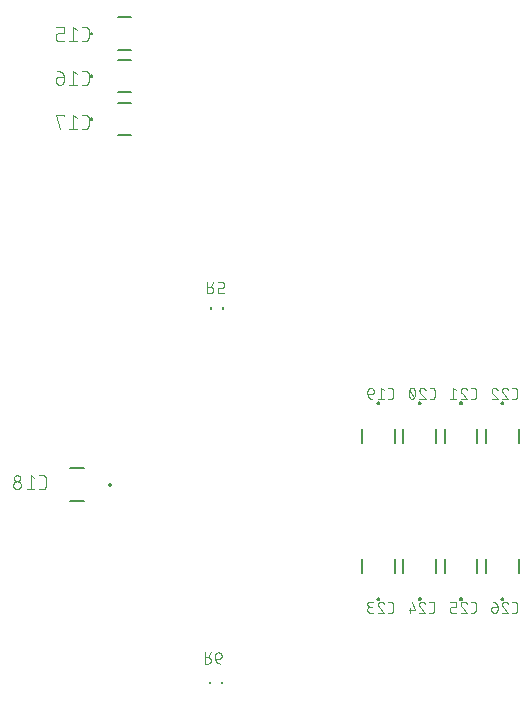
<source format=gbr>
G04 EAGLE Gerber RS-274X export*
G75*
%MOMM*%
%FSLAX34Y34*%
%LPD*%
%INSilkscreen Bottom*%
%IPPOS*%
%AMOC8*
5,1,8,0,0,1.08239X$1,22.5*%
G01*
%ADD10C,0.152400*%
%ADD11C,0.076200*%
%ADD12C,0.050800*%


D10*
X249158Y754416D02*
X260842Y754416D01*
X260842Y726984D02*
X249158Y726984D01*
X227822Y740700D02*
X227820Y740754D01*
X227814Y740808D01*
X227805Y740862D01*
X227791Y740915D01*
X227774Y740966D01*
X227753Y741017D01*
X227729Y741065D01*
X227701Y741112D01*
X227670Y741157D01*
X227636Y741199D01*
X227599Y741239D01*
X227559Y741276D01*
X227517Y741310D01*
X227472Y741341D01*
X227425Y741369D01*
X227377Y741393D01*
X227326Y741414D01*
X227275Y741431D01*
X227222Y741445D01*
X227168Y741454D01*
X227114Y741460D01*
X227060Y741462D01*
X227006Y741460D01*
X226952Y741454D01*
X226898Y741445D01*
X226845Y741431D01*
X226794Y741414D01*
X226743Y741393D01*
X226695Y741369D01*
X226648Y741341D01*
X226603Y741310D01*
X226561Y741276D01*
X226521Y741239D01*
X226484Y741199D01*
X226450Y741157D01*
X226419Y741112D01*
X226391Y741065D01*
X226367Y741017D01*
X226346Y740966D01*
X226329Y740915D01*
X226315Y740862D01*
X226306Y740808D01*
X226300Y740754D01*
X226298Y740700D01*
X226300Y740646D01*
X226306Y740592D01*
X226315Y740538D01*
X226329Y740485D01*
X226346Y740434D01*
X226367Y740383D01*
X226391Y740335D01*
X226419Y740288D01*
X226450Y740243D01*
X226484Y740201D01*
X226521Y740161D01*
X226561Y740124D01*
X226603Y740090D01*
X226648Y740059D01*
X226695Y740031D01*
X226743Y740007D01*
X226794Y739986D01*
X226845Y739969D01*
X226898Y739955D01*
X226952Y739946D01*
X227006Y739940D01*
X227060Y739938D01*
X227114Y739940D01*
X227168Y739946D01*
X227222Y739955D01*
X227275Y739969D01*
X227326Y739986D01*
X227377Y740007D01*
X227425Y740031D01*
X227472Y740059D01*
X227517Y740090D01*
X227559Y740124D01*
X227599Y740161D01*
X227636Y740201D01*
X227670Y740243D01*
X227701Y740288D01*
X227729Y740335D01*
X227753Y740383D01*
X227774Y740434D01*
X227791Y740485D01*
X227805Y740538D01*
X227814Y740592D01*
X227820Y740646D01*
X227822Y740700D01*
D11*
X221966Y734431D02*
X219313Y734431D01*
X221966Y734431D02*
X222068Y734433D01*
X222169Y734439D01*
X222270Y734449D01*
X222371Y734462D01*
X222471Y734480D01*
X222570Y734501D01*
X222669Y734526D01*
X222766Y734555D01*
X222863Y734587D01*
X222958Y734623D01*
X223051Y734663D01*
X223143Y734706D01*
X223233Y734753D01*
X223322Y734804D01*
X223408Y734857D01*
X223492Y734914D01*
X223574Y734974D01*
X223654Y735037D01*
X223731Y735103D01*
X223806Y735172D01*
X223878Y735244D01*
X223947Y735319D01*
X224013Y735396D01*
X224076Y735476D01*
X224136Y735558D01*
X224193Y735642D01*
X224246Y735728D01*
X224297Y735817D01*
X224344Y735907D01*
X224387Y735999D01*
X224427Y736092D01*
X224463Y736187D01*
X224495Y736284D01*
X224524Y736381D01*
X224549Y736480D01*
X224570Y736579D01*
X224588Y736679D01*
X224601Y736780D01*
X224611Y736881D01*
X224617Y736982D01*
X224619Y737084D01*
X224619Y743716D01*
X224617Y743818D01*
X224611Y743919D01*
X224601Y744020D01*
X224588Y744121D01*
X224570Y744221D01*
X224549Y744320D01*
X224524Y744419D01*
X224495Y744516D01*
X224463Y744613D01*
X224427Y744708D01*
X224387Y744801D01*
X224344Y744893D01*
X224297Y744983D01*
X224246Y745072D01*
X224193Y745158D01*
X224136Y745242D01*
X224076Y745324D01*
X224013Y745404D01*
X223947Y745481D01*
X223878Y745556D01*
X223806Y745628D01*
X223731Y745697D01*
X223654Y745763D01*
X223574Y745826D01*
X223492Y745886D01*
X223408Y745943D01*
X223322Y745996D01*
X223233Y746047D01*
X223143Y746094D01*
X223051Y746137D01*
X222958Y746177D01*
X222863Y746213D01*
X222766Y746245D01*
X222669Y746274D01*
X222570Y746299D01*
X222471Y746320D01*
X222371Y746338D01*
X222270Y746351D01*
X222169Y746361D01*
X222068Y746367D01*
X221966Y746369D01*
X219313Y746369D01*
X215065Y743716D02*
X211749Y746369D01*
X211749Y734431D01*
X215065Y734431D02*
X208433Y734431D01*
X203635Y734431D02*
X199656Y734431D01*
X199554Y734433D01*
X199453Y734439D01*
X199352Y734449D01*
X199251Y734462D01*
X199151Y734480D01*
X199052Y734501D01*
X198953Y734526D01*
X198856Y734555D01*
X198759Y734587D01*
X198664Y734623D01*
X198571Y734663D01*
X198479Y734706D01*
X198389Y734753D01*
X198300Y734804D01*
X198214Y734857D01*
X198130Y734914D01*
X198048Y734974D01*
X197968Y735037D01*
X197891Y735103D01*
X197816Y735172D01*
X197744Y735244D01*
X197675Y735319D01*
X197609Y735396D01*
X197546Y735476D01*
X197486Y735558D01*
X197429Y735642D01*
X197376Y735728D01*
X197325Y735817D01*
X197278Y735907D01*
X197235Y735999D01*
X197195Y736092D01*
X197159Y736187D01*
X197127Y736283D01*
X197098Y736381D01*
X197073Y736479D01*
X197052Y736579D01*
X197034Y736679D01*
X197021Y736780D01*
X197011Y736881D01*
X197005Y736982D01*
X197003Y737084D01*
X197003Y738410D01*
X197005Y738512D01*
X197011Y738613D01*
X197021Y738714D01*
X197034Y738815D01*
X197052Y738915D01*
X197073Y739014D01*
X197098Y739113D01*
X197127Y739210D01*
X197159Y739307D01*
X197195Y739402D01*
X197235Y739495D01*
X197278Y739587D01*
X197325Y739677D01*
X197376Y739766D01*
X197429Y739852D01*
X197486Y739936D01*
X197546Y740018D01*
X197609Y740098D01*
X197675Y740175D01*
X197744Y740250D01*
X197816Y740322D01*
X197891Y740391D01*
X197968Y740457D01*
X198048Y740520D01*
X198130Y740580D01*
X198214Y740637D01*
X198300Y740690D01*
X198389Y740741D01*
X198479Y740788D01*
X198571Y740831D01*
X198664Y740871D01*
X198759Y740907D01*
X198856Y740939D01*
X198953Y740968D01*
X199052Y740993D01*
X199151Y741014D01*
X199251Y741032D01*
X199352Y741045D01*
X199453Y741055D01*
X199554Y741061D01*
X199656Y741063D01*
X203635Y741063D01*
X203635Y746369D01*
X197003Y746369D01*
D10*
X249158Y718216D02*
X260842Y718216D01*
X260842Y690784D02*
X249158Y690784D01*
X227822Y704500D02*
X227820Y704554D01*
X227814Y704608D01*
X227805Y704662D01*
X227791Y704715D01*
X227774Y704766D01*
X227753Y704817D01*
X227729Y704865D01*
X227701Y704912D01*
X227670Y704957D01*
X227636Y704999D01*
X227599Y705039D01*
X227559Y705076D01*
X227517Y705110D01*
X227472Y705141D01*
X227425Y705169D01*
X227377Y705193D01*
X227326Y705214D01*
X227275Y705231D01*
X227222Y705245D01*
X227168Y705254D01*
X227114Y705260D01*
X227060Y705262D01*
X227006Y705260D01*
X226952Y705254D01*
X226898Y705245D01*
X226845Y705231D01*
X226794Y705214D01*
X226743Y705193D01*
X226695Y705169D01*
X226648Y705141D01*
X226603Y705110D01*
X226561Y705076D01*
X226521Y705039D01*
X226484Y704999D01*
X226450Y704957D01*
X226419Y704912D01*
X226391Y704865D01*
X226367Y704817D01*
X226346Y704766D01*
X226329Y704715D01*
X226315Y704662D01*
X226306Y704608D01*
X226300Y704554D01*
X226298Y704500D01*
X226300Y704446D01*
X226306Y704392D01*
X226315Y704338D01*
X226329Y704285D01*
X226346Y704234D01*
X226367Y704183D01*
X226391Y704135D01*
X226419Y704088D01*
X226450Y704043D01*
X226484Y704001D01*
X226521Y703961D01*
X226561Y703924D01*
X226603Y703890D01*
X226648Y703859D01*
X226695Y703831D01*
X226743Y703807D01*
X226794Y703786D01*
X226845Y703769D01*
X226898Y703755D01*
X226952Y703746D01*
X227006Y703740D01*
X227060Y703738D01*
X227114Y703740D01*
X227168Y703746D01*
X227222Y703755D01*
X227275Y703769D01*
X227326Y703786D01*
X227377Y703807D01*
X227425Y703831D01*
X227472Y703859D01*
X227517Y703890D01*
X227559Y703924D01*
X227599Y703961D01*
X227636Y704001D01*
X227670Y704043D01*
X227701Y704088D01*
X227729Y704135D01*
X227753Y704183D01*
X227774Y704234D01*
X227791Y704285D01*
X227805Y704338D01*
X227814Y704392D01*
X227820Y704446D01*
X227822Y704500D01*
D11*
X221966Y697231D02*
X219313Y697231D01*
X221966Y697231D02*
X222068Y697233D01*
X222169Y697239D01*
X222270Y697249D01*
X222371Y697262D01*
X222471Y697280D01*
X222570Y697301D01*
X222669Y697326D01*
X222766Y697355D01*
X222863Y697387D01*
X222958Y697423D01*
X223051Y697463D01*
X223143Y697506D01*
X223233Y697553D01*
X223322Y697604D01*
X223408Y697657D01*
X223492Y697714D01*
X223574Y697774D01*
X223654Y697837D01*
X223731Y697903D01*
X223806Y697972D01*
X223878Y698044D01*
X223947Y698119D01*
X224013Y698196D01*
X224076Y698276D01*
X224136Y698358D01*
X224193Y698442D01*
X224246Y698528D01*
X224297Y698617D01*
X224344Y698707D01*
X224387Y698799D01*
X224427Y698892D01*
X224463Y698987D01*
X224495Y699084D01*
X224524Y699181D01*
X224549Y699280D01*
X224570Y699379D01*
X224588Y699479D01*
X224601Y699580D01*
X224611Y699681D01*
X224617Y699782D01*
X224619Y699884D01*
X224619Y706516D01*
X224617Y706618D01*
X224611Y706719D01*
X224601Y706820D01*
X224588Y706921D01*
X224570Y707021D01*
X224549Y707120D01*
X224524Y707219D01*
X224495Y707316D01*
X224463Y707413D01*
X224427Y707508D01*
X224387Y707601D01*
X224344Y707693D01*
X224297Y707783D01*
X224246Y707872D01*
X224193Y707958D01*
X224136Y708042D01*
X224076Y708124D01*
X224013Y708204D01*
X223947Y708281D01*
X223878Y708356D01*
X223806Y708428D01*
X223731Y708497D01*
X223654Y708563D01*
X223574Y708626D01*
X223492Y708686D01*
X223408Y708743D01*
X223322Y708796D01*
X223233Y708847D01*
X223143Y708894D01*
X223051Y708937D01*
X222958Y708977D01*
X222863Y709013D01*
X222766Y709045D01*
X222669Y709074D01*
X222570Y709099D01*
X222471Y709120D01*
X222371Y709138D01*
X222270Y709151D01*
X222169Y709161D01*
X222068Y709167D01*
X221966Y709169D01*
X219313Y709169D01*
X215065Y706516D02*
X211749Y709169D01*
X211749Y697231D01*
X215065Y697231D02*
X208433Y697231D01*
X203635Y703863D02*
X199656Y703863D01*
X199554Y703861D01*
X199453Y703855D01*
X199352Y703845D01*
X199251Y703832D01*
X199151Y703814D01*
X199052Y703793D01*
X198953Y703768D01*
X198856Y703739D01*
X198759Y703707D01*
X198664Y703671D01*
X198571Y703631D01*
X198479Y703588D01*
X198389Y703541D01*
X198300Y703490D01*
X198214Y703437D01*
X198130Y703380D01*
X198048Y703320D01*
X197968Y703257D01*
X197891Y703191D01*
X197816Y703122D01*
X197744Y703050D01*
X197675Y702975D01*
X197609Y702898D01*
X197546Y702818D01*
X197486Y702736D01*
X197429Y702652D01*
X197376Y702566D01*
X197325Y702477D01*
X197278Y702387D01*
X197235Y702295D01*
X197195Y702202D01*
X197159Y702107D01*
X197127Y702010D01*
X197098Y701913D01*
X197073Y701815D01*
X197052Y701715D01*
X197034Y701615D01*
X197021Y701514D01*
X197011Y701413D01*
X197005Y701312D01*
X197003Y701210D01*
X197003Y700547D01*
X197005Y700433D01*
X197011Y700318D01*
X197021Y700204D01*
X197035Y700091D01*
X197052Y699977D01*
X197074Y699865D01*
X197099Y699753D01*
X197129Y699643D01*
X197162Y699533D01*
X197199Y699425D01*
X197239Y699318D01*
X197284Y699212D01*
X197331Y699108D01*
X197383Y699006D01*
X197438Y698906D01*
X197496Y698807D01*
X197558Y698711D01*
X197623Y698616D01*
X197691Y698525D01*
X197763Y698435D01*
X197837Y698348D01*
X197914Y698264D01*
X197995Y698182D01*
X198078Y698103D01*
X198163Y698027D01*
X198252Y697954D01*
X198342Y697885D01*
X198435Y697818D01*
X198531Y697755D01*
X198628Y697695D01*
X198728Y697638D01*
X198829Y697585D01*
X198932Y697535D01*
X199037Y697489D01*
X199143Y697446D01*
X199251Y697408D01*
X199360Y697373D01*
X199470Y697342D01*
X199581Y697314D01*
X199693Y697291D01*
X199806Y697271D01*
X199919Y697255D01*
X200033Y697243D01*
X200147Y697235D01*
X200262Y697231D01*
X200376Y697231D01*
X200491Y697235D01*
X200605Y697243D01*
X200719Y697255D01*
X200832Y697271D01*
X200945Y697291D01*
X201057Y697314D01*
X201168Y697342D01*
X201278Y697373D01*
X201387Y697408D01*
X201495Y697446D01*
X201601Y697489D01*
X201706Y697535D01*
X201809Y697585D01*
X201910Y697638D01*
X202010Y697695D01*
X202107Y697755D01*
X202203Y697818D01*
X202296Y697885D01*
X202386Y697954D01*
X202475Y698027D01*
X202560Y698103D01*
X202643Y698182D01*
X202724Y698264D01*
X202801Y698348D01*
X202875Y698435D01*
X202947Y698525D01*
X203015Y698616D01*
X203080Y698711D01*
X203142Y698807D01*
X203200Y698906D01*
X203255Y699006D01*
X203307Y699108D01*
X203354Y699212D01*
X203399Y699318D01*
X203439Y699425D01*
X203476Y699533D01*
X203509Y699643D01*
X203539Y699753D01*
X203564Y699865D01*
X203586Y699977D01*
X203603Y700091D01*
X203617Y700204D01*
X203627Y700318D01*
X203633Y700433D01*
X203635Y700547D01*
X203635Y703863D01*
X203633Y704007D01*
X203627Y704150D01*
X203617Y704294D01*
X203604Y704437D01*
X203586Y704579D01*
X203565Y704721D01*
X203540Y704863D01*
X203511Y705004D01*
X203478Y705144D01*
X203442Y705283D01*
X203401Y705420D01*
X203357Y705557D01*
X203310Y705693D01*
X203258Y705827D01*
X203203Y705960D01*
X203145Y706091D01*
X203082Y706221D01*
X203017Y706348D01*
X202948Y706474D01*
X202875Y706599D01*
X202800Y706721D01*
X202721Y706841D01*
X202638Y706958D01*
X202553Y707074D01*
X202465Y707187D01*
X202373Y707298D01*
X202279Y707406D01*
X202181Y707512D01*
X202081Y707615D01*
X201978Y707715D01*
X201872Y707813D01*
X201764Y707907D01*
X201653Y707999D01*
X201540Y708087D01*
X201424Y708172D01*
X201307Y708255D01*
X201187Y708334D01*
X201065Y708409D01*
X200940Y708482D01*
X200814Y708551D01*
X200687Y708616D01*
X200557Y708679D01*
X200426Y708737D01*
X200293Y708792D01*
X200159Y708844D01*
X200023Y708891D01*
X199886Y708935D01*
X199749Y708976D01*
X199610Y709012D01*
X199470Y709045D01*
X199329Y709074D01*
X199187Y709099D01*
X199045Y709120D01*
X198903Y709138D01*
X198760Y709151D01*
X198616Y709161D01*
X198473Y709167D01*
X198329Y709169D01*
D10*
X249158Y682016D02*
X260842Y682016D01*
X260842Y654584D02*
X249158Y654584D01*
X227822Y668300D02*
X227820Y668354D01*
X227814Y668408D01*
X227805Y668462D01*
X227791Y668515D01*
X227774Y668566D01*
X227753Y668617D01*
X227729Y668665D01*
X227701Y668712D01*
X227670Y668757D01*
X227636Y668799D01*
X227599Y668839D01*
X227559Y668876D01*
X227517Y668910D01*
X227472Y668941D01*
X227425Y668969D01*
X227377Y668993D01*
X227326Y669014D01*
X227275Y669031D01*
X227222Y669045D01*
X227168Y669054D01*
X227114Y669060D01*
X227060Y669062D01*
X227006Y669060D01*
X226952Y669054D01*
X226898Y669045D01*
X226845Y669031D01*
X226794Y669014D01*
X226743Y668993D01*
X226695Y668969D01*
X226648Y668941D01*
X226603Y668910D01*
X226561Y668876D01*
X226521Y668839D01*
X226484Y668799D01*
X226450Y668757D01*
X226419Y668712D01*
X226391Y668665D01*
X226367Y668617D01*
X226346Y668566D01*
X226329Y668515D01*
X226315Y668462D01*
X226306Y668408D01*
X226300Y668354D01*
X226298Y668300D01*
X226300Y668246D01*
X226306Y668192D01*
X226315Y668138D01*
X226329Y668085D01*
X226346Y668034D01*
X226367Y667983D01*
X226391Y667935D01*
X226419Y667888D01*
X226450Y667843D01*
X226484Y667801D01*
X226521Y667761D01*
X226561Y667724D01*
X226603Y667690D01*
X226648Y667659D01*
X226695Y667631D01*
X226743Y667607D01*
X226794Y667586D01*
X226845Y667569D01*
X226898Y667555D01*
X226952Y667546D01*
X227006Y667540D01*
X227060Y667538D01*
X227114Y667540D01*
X227168Y667546D01*
X227222Y667555D01*
X227275Y667569D01*
X227326Y667586D01*
X227377Y667607D01*
X227425Y667631D01*
X227472Y667659D01*
X227517Y667690D01*
X227559Y667724D01*
X227599Y667761D01*
X227636Y667801D01*
X227670Y667843D01*
X227701Y667888D01*
X227729Y667935D01*
X227753Y667983D01*
X227774Y668034D01*
X227791Y668085D01*
X227805Y668138D01*
X227814Y668192D01*
X227820Y668246D01*
X227822Y668300D01*
D11*
X221966Y660031D02*
X219313Y660031D01*
X221966Y660031D02*
X222068Y660033D01*
X222169Y660039D01*
X222270Y660049D01*
X222371Y660062D01*
X222471Y660080D01*
X222570Y660101D01*
X222669Y660126D01*
X222766Y660155D01*
X222863Y660187D01*
X222958Y660223D01*
X223051Y660263D01*
X223143Y660306D01*
X223233Y660353D01*
X223322Y660404D01*
X223408Y660457D01*
X223492Y660514D01*
X223574Y660574D01*
X223654Y660637D01*
X223731Y660703D01*
X223806Y660772D01*
X223878Y660844D01*
X223947Y660919D01*
X224013Y660996D01*
X224076Y661076D01*
X224136Y661158D01*
X224193Y661242D01*
X224246Y661328D01*
X224297Y661417D01*
X224344Y661507D01*
X224387Y661599D01*
X224427Y661692D01*
X224463Y661787D01*
X224495Y661884D01*
X224524Y661981D01*
X224549Y662080D01*
X224570Y662179D01*
X224588Y662279D01*
X224601Y662380D01*
X224611Y662481D01*
X224617Y662582D01*
X224619Y662684D01*
X224619Y669316D01*
X224617Y669418D01*
X224611Y669519D01*
X224601Y669620D01*
X224588Y669721D01*
X224570Y669821D01*
X224549Y669920D01*
X224524Y670019D01*
X224495Y670116D01*
X224463Y670213D01*
X224427Y670308D01*
X224387Y670401D01*
X224344Y670493D01*
X224297Y670583D01*
X224246Y670672D01*
X224193Y670758D01*
X224136Y670842D01*
X224076Y670924D01*
X224013Y671004D01*
X223947Y671081D01*
X223878Y671156D01*
X223806Y671228D01*
X223731Y671297D01*
X223654Y671363D01*
X223574Y671426D01*
X223492Y671486D01*
X223408Y671543D01*
X223322Y671596D01*
X223233Y671647D01*
X223143Y671694D01*
X223051Y671737D01*
X222958Y671777D01*
X222863Y671813D01*
X222766Y671845D01*
X222669Y671874D01*
X222570Y671899D01*
X222471Y671920D01*
X222371Y671938D01*
X222270Y671951D01*
X222169Y671961D01*
X222068Y671967D01*
X221966Y671969D01*
X219313Y671969D01*
X215065Y669316D02*
X211749Y671969D01*
X211749Y660031D01*
X215065Y660031D02*
X208433Y660031D01*
X203635Y670643D02*
X203635Y671969D01*
X197003Y671969D01*
X200319Y660031D01*
D10*
X338734Y508862D02*
X338734Y507338D01*
X328066Y507338D02*
X328066Y508862D01*
D12*
X325004Y521120D02*
X325004Y530612D01*
X325004Y521120D02*
X327641Y521120D01*
X327742Y521122D01*
X327843Y521128D01*
X327943Y521137D01*
X328044Y521151D01*
X328143Y521168D01*
X328242Y521189D01*
X328340Y521214D01*
X328437Y521243D01*
X328532Y521275D01*
X328627Y521311D01*
X328720Y521351D01*
X328811Y521394D01*
X328901Y521440D01*
X328989Y521490D01*
X329074Y521544D01*
X329158Y521600D01*
X329240Y521660D01*
X329319Y521723D01*
X329395Y521788D01*
X329470Y521857D01*
X329541Y521928D01*
X329610Y522003D01*
X329675Y522079D01*
X329738Y522158D01*
X329798Y522240D01*
X329854Y522324D01*
X329908Y522409D01*
X329958Y522497D01*
X330004Y522587D01*
X330047Y522678D01*
X330087Y522771D01*
X330123Y522866D01*
X330155Y522961D01*
X330184Y523058D01*
X330209Y523156D01*
X330230Y523255D01*
X330247Y523354D01*
X330261Y523455D01*
X330270Y523555D01*
X330276Y523656D01*
X330278Y523757D01*
X330276Y523858D01*
X330270Y523959D01*
X330261Y524059D01*
X330247Y524160D01*
X330230Y524259D01*
X330209Y524358D01*
X330184Y524456D01*
X330155Y524553D01*
X330123Y524648D01*
X330087Y524743D01*
X330047Y524836D01*
X330004Y524927D01*
X329958Y525017D01*
X329908Y525105D01*
X329854Y525190D01*
X329798Y525274D01*
X329738Y525356D01*
X329675Y525435D01*
X329610Y525511D01*
X329541Y525586D01*
X329470Y525657D01*
X329395Y525726D01*
X329319Y525791D01*
X329240Y525854D01*
X329158Y525914D01*
X329074Y525970D01*
X328989Y526024D01*
X328901Y526074D01*
X328811Y526120D01*
X328720Y526163D01*
X328627Y526203D01*
X328532Y526239D01*
X328437Y526271D01*
X328340Y526300D01*
X328242Y526325D01*
X328143Y526346D01*
X328044Y526363D01*
X327943Y526377D01*
X327843Y526386D01*
X327742Y526392D01*
X327641Y526394D01*
X327641Y526393D02*
X325004Y526393D01*
X328168Y526393D02*
X330277Y530612D01*
X333957Y530612D02*
X337121Y530612D01*
X337211Y530610D01*
X337300Y530604D01*
X337389Y530595D01*
X337477Y530582D01*
X337565Y530565D01*
X337652Y530544D01*
X337739Y530520D01*
X337824Y530492D01*
X337907Y530460D01*
X337990Y530425D01*
X338070Y530386D01*
X338150Y530344D01*
X338227Y530299D01*
X338302Y530250D01*
X338375Y530199D01*
X338446Y530144D01*
X338514Y530086D01*
X338580Y530026D01*
X338644Y529962D01*
X338704Y529896D01*
X338762Y529828D01*
X338817Y529757D01*
X338868Y529684D01*
X338917Y529609D01*
X338962Y529532D01*
X339004Y529452D01*
X339043Y529372D01*
X339078Y529289D01*
X339110Y529206D01*
X339138Y529121D01*
X339162Y529034D01*
X339183Y528947D01*
X339200Y528859D01*
X339213Y528771D01*
X339222Y528682D01*
X339228Y528593D01*
X339230Y528503D01*
X339230Y527448D01*
X339228Y527358D01*
X339222Y527269D01*
X339213Y527180D01*
X339200Y527092D01*
X339183Y527004D01*
X339162Y526917D01*
X339138Y526830D01*
X339110Y526745D01*
X339078Y526662D01*
X339043Y526579D01*
X339004Y526499D01*
X338962Y526419D01*
X338917Y526342D01*
X338868Y526267D01*
X338817Y526194D01*
X338762Y526123D01*
X338704Y526055D01*
X338644Y525989D01*
X338580Y525925D01*
X338514Y525865D01*
X338446Y525807D01*
X338375Y525752D01*
X338302Y525701D01*
X338227Y525652D01*
X338150Y525607D01*
X338070Y525565D01*
X337990Y525526D01*
X337907Y525491D01*
X337824Y525459D01*
X337739Y525431D01*
X337652Y525407D01*
X337565Y525386D01*
X337477Y525369D01*
X337389Y525356D01*
X337300Y525347D01*
X337211Y525341D01*
X337121Y525339D01*
X333957Y525339D01*
X333957Y521120D01*
X339230Y521120D01*
D10*
X220842Y345084D02*
X209158Y345084D01*
X209158Y372516D02*
X220842Y372516D01*
X242178Y358800D02*
X242180Y358746D01*
X242186Y358692D01*
X242195Y358638D01*
X242209Y358585D01*
X242226Y358534D01*
X242247Y358483D01*
X242271Y358435D01*
X242299Y358388D01*
X242330Y358343D01*
X242364Y358301D01*
X242401Y358261D01*
X242441Y358224D01*
X242483Y358190D01*
X242528Y358159D01*
X242575Y358131D01*
X242623Y358107D01*
X242674Y358086D01*
X242725Y358069D01*
X242778Y358055D01*
X242832Y358046D01*
X242886Y358040D01*
X242940Y358038D01*
X242994Y358040D01*
X243048Y358046D01*
X243102Y358055D01*
X243155Y358069D01*
X243206Y358086D01*
X243257Y358107D01*
X243305Y358131D01*
X243352Y358159D01*
X243397Y358190D01*
X243439Y358224D01*
X243479Y358261D01*
X243516Y358301D01*
X243550Y358343D01*
X243581Y358388D01*
X243609Y358435D01*
X243633Y358483D01*
X243654Y358534D01*
X243671Y358585D01*
X243685Y358638D01*
X243694Y358692D01*
X243700Y358746D01*
X243702Y358800D01*
X243700Y358854D01*
X243694Y358908D01*
X243685Y358962D01*
X243671Y359015D01*
X243654Y359066D01*
X243633Y359117D01*
X243609Y359165D01*
X243581Y359212D01*
X243550Y359257D01*
X243516Y359299D01*
X243479Y359339D01*
X243439Y359376D01*
X243397Y359410D01*
X243352Y359441D01*
X243305Y359469D01*
X243257Y359493D01*
X243206Y359514D01*
X243155Y359531D01*
X243102Y359545D01*
X243048Y359554D01*
X242994Y359560D01*
X242940Y359562D01*
X242886Y359560D01*
X242832Y359554D01*
X242778Y359545D01*
X242725Y359531D01*
X242674Y359514D01*
X242623Y359493D01*
X242575Y359469D01*
X242528Y359441D01*
X242483Y359410D01*
X242441Y359376D01*
X242401Y359339D01*
X242364Y359299D01*
X242330Y359257D01*
X242299Y359212D01*
X242271Y359165D01*
X242247Y359117D01*
X242226Y359066D01*
X242209Y359015D01*
X242195Y358962D01*
X242186Y358908D01*
X242180Y358854D01*
X242178Y358800D01*
D11*
X185732Y354831D02*
X183079Y354831D01*
X185732Y354831D02*
X185834Y354833D01*
X185935Y354839D01*
X186036Y354849D01*
X186137Y354862D01*
X186237Y354880D01*
X186336Y354901D01*
X186435Y354926D01*
X186532Y354955D01*
X186629Y354987D01*
X186724Y355023D01*
X186817Y355063D01*
X186909Y355106D01*
X186999Y355153D01*
X187088Y355204D01*
X187174Y355257D01*
X187258Y355314D01*
X187340Y355374D01*
X187420Y355437D01*
X187497Y355503D01*
X187572Y355572D01*
X187644Y355644D01*
X187713Y355719D01*
X187779Y355796D01*
X187842Y355876D01*
X187902Y355958D01*
X187959Y356042D01*
X188012Y356128D01*
X188063Y356217D01*
X188110Y356307D01*
X188153Y356399D01*
X188193Y356492D01*
X188229Y356587D01*
X188261Y356684D01*
X188290Y356781D01*
X188315Y356880D01*
X188336Y356979D01*
X188354Y357079D01*
X188367Y357180D01*
X188377Y357281D01*
X188383Y357382D01*
X188385Y357484D01*
X188385Y364116D01*
X188383Y364218D01*
X188377Y364319D01*
X188367Y364420D01*
X188354Y364521D01*
X188336Y364621D01*
X188315Y364720D01*
X188290Y364819D01*
X188261Y364916D01*
X188229Y365013D01*
X188193Y365108D01*
X188153Y365201D01*
X188110Y365293D01*
X188063Y365383D01*
X188012Y365472D01*
X187959Y365558D01*
X187902Y365642D01*
X187842Y365724D01*
X187779Y365804D01*
X187713Y365881D01*
X187644Y365956D01*
X187572Y366028D01*
X187497Y366097D01*
X187420Y366163D01*
X187340Y366226D01*
X187258Y366286D01*
X187174Y366343D01*
X187088Y366396D01*
X186999Y366447D01*
X186909Y366494D01*
X186817Y366537D01*
X186724Y366577D01*
X186629Y366613D01*
X186532Y366645D01*
X186435Y366674D01*
X186336Y366699D01*
X186237Y366720D01*
X186137Y366738D01*
X186036Y366751D01*
X185935Y366761D01*
X185834Y366767D01*
X185732Y366769D01*
X183079Y366769D01*
X178831Y364116D02*
X175515Y366769D01*
X175515Y354831D01*
X178831Y354831D02*
X172199Y354831D01*
X167401Y358147D02*
X167399Y358261D01*
X167393Y358376D01*
X167383Y358490D01*
X167369Y358603D01*
X167352Y358717D01*
X167330Y358829D01*
X167305Y358941D01*
X167275Y359051D01*
X167242Y359161D01*
X167205Y359269D01*
X167165Y359376D01*
X167120Y359482D01*
X167073Y359586D01*
X167021Y359688D01*
X166966Y359788D01*
X166908Y359887D01*
X166846Y359983D01*
X166781Y360078D01*
X166713Y360169D01*
X166641Y360259D01*
X166567Y360346D01*
X166490Y360430D01*
X166409Y360512D01*
X166326Y360591D01*
X166241Y360667D01*
X166152Y360740D01*
X166062Y360809D01*
X165969Y360876D01*
X165873Y360939D01*
X165776Y360999D01*
X165676Y361056D01*
X165575Y361109D01*
X165472Y361159D01*
X165367Y361205D01*
X165261Y361248D01*
X165153Y361286D01*
X165044Y361321D01*
X164934Y361352D01*
X164823Y361380D01*
X164711Y361403D01*
X164598Y361423D01*
X164485Y361439D01*
X164371Y361451D01*
X164257Y361459D01*
X164142Y361463D01*
X164028Y361463D01*
X163913Y361459D01*
X163799Y361451D01*
X163685Y361439D01*
X163572Y361423D01*
X163459Y361403D01*
X163347Y361380D01*
X163236Y361352D01*
X163126Y361321D01*
X163017Y361286D01*
X162909Y361248D01*
X162803Y361205D01*
X162698Y361159D01*
X162595Y361109D01*
X162494Y361056D01*
X162394Y360999D01*
X162297Y360939D01*
X162201Y360876D01*
X162108Y360809D01*
X162018Y360740D01*
X161929Y360667D01*
X161844Y360591D01*
X161761Y360512D01*
X161680Y360430D01*
X161603Y360346D01*
X161529Y360259D01*
X161457Y360169D01*
X161389Y360078D01*
X161324Y359983D01*
X161262Y359887D01*
X161204Y359788D01*
X161149Y359688D01*
X161097Y359586D01*
X161050Y359482D01*
X161005Y359376D01*
X160965Y359269D01*
X160928Y359161D01*
X160895Y359051D01*
X160865Y358941D01*
X160840Y358829D01*
X160818Y358717D01*
X160801Y358603D01*
X160787Y358490D01*
X160777Y358376D01*
X160771Y358261D01*
X160769Y358147D01*
X160771Y358033D01*
X160777Y357918D01*
X160787Y357804D01*
X160801Y357691D01*
X160818Y357577D01*
X160840Y357465D01*
X160865Y357353D01*
X160895Y357243D01*
X160928Y357133D01*
X160965Y357025D01*
X161005Y356918D01*
X161050Y356812D01*
X161097Y356708D01*
X161149Y356606D01*
X161204Y356506D01*
X161262Y356407D01*
X161324Y356311D01*
X161389Y356216D01*
X161457Y356125D01*
X161529Y356035D01*
X161603Y355948D01*
X161680Y355864D01*
X161761Y355782D01*
X161844Y355703D01*
X161929Y355627D01*
X162018Y355554D01*
X162108Y355485D01*
X162201Y355418D01*
X162297Y355355D01*
X162394Y355295D01*
X162494Y355238D01*
X162595Y355185D01*
X162698Y355135D01*
X162803Y355089D01*
X162909Y355046D01*
X163017Y355008D01*
X163126Y354973D01*
X163236Y354942D01*
X163347Y354914D01*
X163459Y354891D01*
X163572Y354871D01*
X163685Y354855D01*
X163799Y354843D01*
X163913Y354835D01*
X164028Y354831D01*
X164142Y354831D01*
X164257Y354835D01*
X164371Y354843D01*
X164485Y354855D01*
X164598Y354871D01*
X164711Y354891D01*
X164823Y354914D01*
X164934Y354942D01*
X165044Y354973D01*
X165153Y355008D01*
X165261Y355046D01*
X165367Y355089D01*
X165472Y355135D01*
X165575Y355185D01*
X165676Y355238D01*
X165776Y355295D01*
X165873Y355355D01*
X165969Y355418D01*
X166062Y355485D01*
X166152Y355554D01*
X166241Y355627D01*
X166326Y355703D01*
X166409Y355782D01*
X166490Y355864D01*
X166567Y355948D01*
X166641Y356035D01*
X166713Y356125D01*
X166781Y356216D01*
X166846Y356311D01*
X166908Y356407D01*
X166966Y356506D01*
X167021Y356606D01*
X167073Y356708D01*
X167120Y356812D01*
X167165Y356918D01*
X167205Y357025D01*
X167242Y357133D01*
X167275Y357243D01*
X167305Y357353D01*
X167330Y357465D01*
X167352Y357577D01*
X167369Y357691D01*
X167383Y357804D01*
X167393Y357918D01*
X167399Y358033D01*
X167401Y358147D01*
X166738Y364116D02*
X166736Y364218D01*
X166730Y364319D01*
X166720Y364420D01*
X166707Y364521D01*
X166689Y364621D01*
X166668Y364720D01*
X166643Y364819D01*
X166614Y364916D01*
X166582Y365013D01*
X166546Y365108D01*
X166506Y365201D01*
X166463Y365293D01*
X166416Y365383D01*
X166365Y365472D01*
X166312Y365558D01*
X166255Y365642D01*
X166195Y365724D01*
X166132Y365804D01*
X166066Y365881D01*
X165997Y365956D01*
X165925Y366028D01*
X165850Y366097D01*
X165773Y366163D01*
X165693Y366226D01*
X165611Y366286D01*
X165527Y366343D01*
X165441Y366396D01*
X165352Y366447D01*
X165262Y366494D01*
X165170Y366537D01*
X165077Y366577D01*
X164982Y366613D01*
X164885Y366645D01*
X164788Y366674D01*
X164689Y366699D01*
X164590Y366720D01*
X164490Y366738D01*
X164389Y366751D01*
X164288Y366761D01*
X164187Y366767D01*
X164085Y366769D01*
X163983Y366767D01*
X163882Y366761D01*
X163781Y366751D01*
X163680Y366738D01*
X163580Y366720D01*
X163481Y366699D01*
X163382Y366674D01*
X163285Y366645D01*
X163188Y366613D01*
X163093Y366577D01*
X163000Y366537D01*
X162908Y366494D01*
X162818Y366447D01*
X162729Y366396D01*
X162643Y366343D01*
X162559Y366286D01*
X162477Y366226D01*
X162397Y366163D01*
X162320Y366097D01*
X162245Y366028D01*
X162173Y365956D01*
X162104Y365881D01*
X162038Y365804D01*
X161975Y365724D01*
X161915Y365642D01*
X161858Y365558D01*
X161805Y365472D01*
X161754Y365383D01*
X161707Y365293D01*
X161664Y365201D01*
X161624Y365108D01*
X161588Y365013D01*
X161556Y364916D01*
X161527Y364819D01*
X161502Y364720D01*
X161481Y364621D01*
X161463Y364521D01*
X161450Y364420D01*
X161440Y364319D01*
X161434Y364218D01*
X161432Y364116D01*
X161434Y364014D01*
X161440Y363913D01*
X161450Y363812D01*
X161463Y363711D01*
X161481Y363611D01*
X161502Y363512D01*
X161527Y363413D01*
X161556Y363316D01*
X161588Y363219D01*
X161624Y363124D01*
X161664Y363031D01*
X161707Y362939D01*
X161754Y362849D01*
X161805Y362760D01*
X161858Y362674D01*
X161915Y362590D01*
X161975Y362508D01*
X162038Y362428D01*
X162104Y362351D01*
X162173Y362276D01*
X162245Y362204D01*
X162320Y362135D01*
X162397Y362069D01*
X162477Y362006D01*
X162559Y361946D01*
X162643Y361889D01*
X162729Y361836D01*
X162818Y361785D01*
X162908Y361738D01*
X163000Y361695D01*
X163093Y361655D01*
X163188Y361619D01*
X163285Y361587D01*
X163382Y361558D01*
X163481Y361533D01*
X163580Y361512D01*
X163680Y361494D01*
X163781Y361481D01*
X163882Y361471D01*
X163983Y361465D01*
X164085Y361463D01*
X164187Y361465D01*
X164288Y361471D01*
X164389Y361481D01*
X164490Y361494D01*
X164590Y361512D01*
X164689Y361533D01*
X164788Y361558D01*
X164885Y361587D01*
X164982Y361619D01*
X165077Y361655D01*
X165170Y361695D01*
X165262Y361738D01*
X165352Y361785D01*
X165441Y361836D01*
X165527Y361889D01*
X165611Y361946D01*
X165693Y362006D01*
X165773Y362069D01*
X165850Y362135D01*
X165925Y362204D01*
X165997Y362276D01*
X166066Y362351D01*
X166132Y362428D01*
X166195Y362508D01*
X166255Y362590D01*
X166312Y362674D01*
X166365Y362760D01*
X166416Y362849D01*
X166463Y362939D01*
X166506Y363031D01*
X166546Y363124D01*
X166582Y363219D01*
X166614Y363316D01*
X166643Y363413D01*
X166668Y363512D01*
X166689Y363611D01*
X166707Y363711D01*
X166720Y363812D01*
X166730Y363913D01*
X166736Y364014D01*
X166738Y364116D01*
D10*
X337734Y192012D02*
X337734Y190488D01*
X327066Y190488D02*
X327066Y192012D01*
D12*
X323004Y207270D02*
X323004Y216762D01*
X323004Y207270D02*
X325641Y207270D01*
X325742Y207272D01*
X325843Y207278D01*
X325943Y207287D01*
X326044Y207301D01*
X326143Y207318D01*
X326242Y207339D01*
X326340Y207364D01*
X326437Y207393D01*
X326532Y207425D01*
X326627Y207461D01*
X326720Y207501D01*
X326811Y207544D01*
X326901Y207590D01*
X326989Y207640D01*
X327074Y207694D01*
X327158Y207750D01*
X327240Y207810D01*
X327319Y207873D01*
X327395Y207938D01*
X327470Y208007D01*
X327541Y208078D01*
X327610Y208153D01*
X327675Y208229D01*
X327738Y208308D01*
X327798Y208390D01*
X327854Y208474D01*
X327908Y208559D01*
X327958Y208647D01*
X328004Y208737D01*
X328047Y208828D01*
X328087Y208921D01*
X328123Y209016D01*
X328155Y209111D01*
X328184Y209208D01*
X328209Y209306D01*
X328230Y209405D01*
X328247Y209504D01*
X328261Y209605D01*
X328270Y209705D01*
X328276Y209806D01*
X328278Y209907D01*
X328276Y210008D01*
X328270Y210109D01*
X328261Y210209D01*
X328247Y210310D01*
X328230Y210409D01*
X328209Y210508D01*
X328184Y210606D01*
X328155Y210703D01*
X328123Y210798D01*
X328087Y210893D01*
X328047Y210986D01*
X328004Y211077D01*
X327958Y211167D01*
X327908Y211255D01*
X327854Y211340D01*
X327798Y211424D01*
X327738Y211506D01*
X327675Y211585D01*
X327610Y211661D01*
X327541Y211736D01*
X327470Y211807D01*
X327395Y211876D01*
X327319Y211941D01*
X327240Y212004D01*
X327158Y212064D01*
X327074Y212120D01*
X326989Y212174D01*
X326901Y212224D01*
X326811Y212270D01*
X326720Y212313D01*
X326627Y212353D01*
X326532Y212389D01*
X326437Y212421D01*
X326340Y212450D01*
X326242Y212475D01*
X326143Y212496D01*
X326044Y212513D01*
X325943Y212527D01*
X325843Y212536D01*
X325742Y212542D01*
X325641Y212544D01*
X325641Y212543D02*
X323004Y212543D01*
X326168Y212543D02*
X328277Y216762D01*
X331957Y211489D02*
X335121Y211489D01*
X335211Y211491D01*
X335300Y211497D01*
X335389Y211506D01*
X335477Y211519D01*
X335565Y211536D01*
X335652Y211557D01*
X335739Y211581D01*
X335824Y211609D01*
X335907Y211641D01*
X335990Y211676D01*
X336070Y211715D01*
X336150Y211757D01*
X336227Y211802D01*
X336302Y211851D01*
X336375Y211902D01*
X336446Y211957D01*
X336514Y212015D01*
X336580Y212075D01*
X336644Y212139D01*
X336704Y212205D01*
X336762Y212273D01*
X336817Y212344D01*
X336868Y212417D01*
X336917Y212492D01*
X336962Y212569D01*
X337004Y212649D01*
X337043Y212729D01*
X337078Y212812D01*
X337110Y212895D01*
X337138Y212980D01*
X337162Y213067D01*
X337183Y213154D01*
X337200Y213242D01*
X337213Y213330D01*
X337222Y213419D01*
X337228Y213508D01*
X337230Y213598D01*
X337230Y214125D01*
X337228Y214226D01*
X337222Y214327D01*
X337213Y214427D01*
X337199Y214528D01*
X337182Y214627D01*
X337161Y214726D01*
X337136Y214824D01*
X337107Y214921D01*
X337075Y215016D01*
X337039Y215111D01*
X336999Y215204D01*
X336956Y215295D01*
X336910Y215385D01*
X336860Y215473D01*
X336806Y215558D01*
X336750Y215642D01*
X336690Y215724D01*
X336627Y215803D01*
X336562Y215879D01*
X336493Y215954D01*
X336422Y216025D01*
X336347Y216094D01*
X336271Y216159D01*
X336192Y216222D01*
X336110Y216282D01*
X336026Y216338D01*
X335941Y216392D01*
X335853Y216442D01*
X335763Y216488D01*
X335672Y216531D01*
X335579Y216571D01*
X335484Y216607D01*
X335389Y216639D01*
X335292Y216668D01*
X335194Y216693D01*
X335095Y216714D01*
X334996Y216731D01*
X334895Y216745D01*
X334795Y216754D01*
X334694Y216760D01*
X334593Y216762D01*
X334492Y216760D01*
X334391Y216754D01*
X334291Y216745D01*
X334190Y216731D01*
X334091Y216714D01*
X333992Y216693D01*
X333894Y216668D01*
X333797Y216639D01*
X333702Y216607D01*
X333607Y216571D01*
X333514Y216531D01*
X333423Y216488D01*
X333333Y216442D01*
X333245Y216392D01*
X333160Y216338D01*
X333076Y216282D01*
X332994Y216222D01*
X332915Y216159D01*
X332839Y216094D01*
X332764Y216025D01*
X332693Y215954D01*
X332624Y215879D01*
X332559Y215803D01*
X332496Y215724D01*
X332436Y215642D01*
X332380Y215558D01*
X332326Y215473D01*
X332276Y215385D01*
X332230Y215295D01*
X332187Y215204D01*
X332147Y215111D01*
X332111Y215016D01*
X332079Y214921D01*
X332050Y214824D01*
X332025Y214726D01*
X332004Y214627D01*
X331987Y214528D01*
X331973Y214427D01*
X331964Y214327D01*
X331958Y214226D01*
X331956Y214125D01*
X331957Y214125D02*
X331957Y211489D01*
X331956Y211489D02*
X331958Y211362D01*
X331964Y211234D01*
X331973Y211107D01*
X331987Y210980D01*
X332004Y210854D01*
X332025Y210729D01*
X332050Y210604D01*
X332079Y210479D01*
X332111Y210356D01*
X332147Y210234D01*
X332187Y210113D01*
X332230Y209993D01*
X332277Y209874D01*
X332328Y209757D01*
X332382Y209642D01*
X332439Y209528D01*
X332500Y209416D01*
X332564Y209306D01*
X332632Y209198D01*
X332703Y209092D01*
X332777Y208989D01*
X332854Y208887D01*
X332934Y208788D01*
X333017Y208691D01*
X333103Y208597D01*
X333192Y208506D01*
X333283Y208417D01*
X333377Y208331D01*
X333474Y208248D01*
X333573Y208168D01*
X333675Y208091D01*
X333778Y208017D01*
X333884Y207946D01*
X333992Y207878D01*
X334102Y207814D01*
X334214Y207753D01*
X334328Y207696D01*
X334443Y207642D01*
X334560Y207591D01*
X334679Y207544D01*
X334799Y207501D01*
X334920Y207461D01*
X335042Y207425D01*
X335165Y207393D01*
X335289Y207364D01*
X335414Y207339D01*
X335540Y207318D01*
X335666Y207301D01*
X335793Y207287D01*
X335920Y207278D01*
X336048Y207272D01*
X336175Y207270D01*
D10*
X456284Y284158D02*
X456284Y295842D01*
X483716Y295842D02*
X483716Y284158D01*
X470000Y262822D02*
X469946Y262820D01*
X469892Y262814D01*
X469838Y262805D01*
X469785Y262791D01*
X469734Y262774D01*
X469683Y262753D01*
X469635Y262729D01*
X469588Y262701D01*
X469543Y262670D01*
X469501Y262636D01*
X469461Y262599D01*
X469424Y262559D01*
X469390Y262517D01*
X469359Y262472D01*
X469331Y262425D01*
X469307Y262377D01*
X469286Y262326D01*
X469269Y262275D01*
X469255Y262222D01*
X469246Y262168D01*
X469240Y262114D01*
X469238Y262060D01*
X469240Y262006D01*
X469246Y261952D01*
X469255Y261898D01*
X469269Y261845D01*
X469286Y261794D01*
X469307Y261743D01*
X469331Y261695D01*
X469359Y261648D01*
X469390Y261603D01*
X469424Y261561D01*
X469461Y261521D01*
X469501Y261484D01*
X469543Y261450D01*
X469588Y261419D01*
X469635Y261391D01*
X469683Y261367D01*
X469734Y261346D01*
X469785Y261329D01*
X469838Y261315D01*
X469892Y261306D01*
X469946Y261300D01*
X470000Y261298D01*
X470054Y261300D01*
X470108Y261306D01*
X470162Y261315D01*
X470215Y261329D01*
X470266Y261346D01*
X470317Y261367D01*
X470365Y261391D01*
X470412Y261419D01*
X470457Y261450D01*
X470499Y261484D01*
X470539Y261521D01*
X470576Y261561D01*
X470610Y261603D01*
X470641Y261648D01*
X470669Y261695D01*
X470693Y261743D01*
X470714Y261794D01*
X470731Y261845D01*
X470745Y261898D01*
X470754Y261952D01*
X470760Y262006D01*
X470762Y262060D01*
X470760Y262114D01*
X470754Y262168D01*
X470745Y262222D01*
X470731Y262275D01*
X470714Y262326D01*
X470693Y262377D01*
X470669Y262425D01*
X470641Y262472D01*
X470610Y262517D01*
X470576Y262559D01*
X470539Y262599D01*
X470499Y262636D01*
X470457Y262670D01*
X470412Y262701D01*
X470365Y262729D01*
X470317Y262753D01*
X470266Y262774D01*
X470215Y262791D01*
X470162Y262805D01*
X470108Y262814D01*
X470054Y262820D01*
X470000Y262822D01*
D12*
X478177Y250254D02*
X480287Y250254D01*
X480377Y250256D01*
X480466Y250262D01*
X480555Y250271D01*
X480643Y250284D01*
X480731Y250301D01*
X480818Y250322D01*
X480905Y250346D01*
X480990Y250374D01*
X481073Y250406D01*
X481156Y250441D01*
X481236Y250480D01*
X481316Y250522D01*
X481393Y250567D01*
X481468Y250616D01*
X481541Y250667D01*
X481612Y250722D01*
X481680Y250780D01*
X481746Y250840D01*
X481810Y250904D01*
X481870Y250970D01*
X481928Y251038D01*
X481983Y251109D01*
X482034Y251182D01*
X482083Y251257D01*
X482128Y251334D01*
X482170Y251414D01*
X482209Y251494D01*
X482244Y251577D01*
X482276Y251660D01*
X482304Y251745D01*
X482328Y251832D01*
X482349Y251919D01*
X482366Y252007D01*
X482379Y252095D01*
X482388Y252184D01*
X482394Y252273D01*
X482396Y252363D01*
X482396Y257637D01*
X482394Y257727D01*
X482388Y257816D01*
X482379Y257905D01*
X482366Y257993D01*
X482349Y258081D01*
X482328Y258168D01*
X482304Y258255D01*
X482276Y258340D01*
X482244Y258423D01*
X482209Y258506D01*
X482170Y258586D01*
X482128Y258666D01*
X482083Y258743D01*
X482034Y258818D01*
X481983Y258891D01*
X481928Y258962D01*
X481870Y259030D01*
X481810Y259096D01*
X481746Y259160D01*
X481680Y259220D01*
X481612Y259278D01*
X481541Y259333D01*
X481468Y259384D01*
X481393Y259433D01*
X481316Y259478D01*
X481236Y259520D01*
X481156Y259559D01*
X481073Y259594D01*
X480990Y259626D01*
X480905Y259654D01*
X480818Y259678D01*
X480731Y259699D01*
X480643Y259716D01*
X480555Y259729D01*
X480466Y259738D01*
X480377Y259744D01*
X480287Y259746D01*
X478177Y259746D01*
X471974Y259746D02*
X471878Y259744D01*
X471783Y259738D01*
X471688Y259729D01*
X471593Y259715D01*
X471499Y259698D01*
X471406Y259677D01*
X471314Y259652D01*
X471223Y259624D01*
X471133Y259592D01*
X471044Y259556D01*
X470957Y259517D01*
X470871Y259474D01*
X470788Y259428D01*
X470706Y259379D01*
X470626Y259326D01*
X470548Y259270D01*
X470473Y259211D01*
X470400Y259149D01*
X470330Y259084D01*
X470263Y259017D01*
X470198Y258947D01*
X470136Y258874D01*
X470077Y258799D01*
X470021Y258721D01*
X469968Y258641D01*
X469919Y258560D01*
X469873Y258476D01*
X469830Y258390D01*
X469791Y258303D01*
X469755Y258214D01*
X469723Y258124D01*
X469695Y258033D01*
X469670Y257941D01*
X469649Y257848D01*
X469632Y257754D01*
X469618Y257659D01*
X469609Y257564D01*
X469603Y257469D01*
X469601Y257373D01*
X471974Y259746D02*
X472084Y259744D01*
X472193Y259738D01*
X472302Y259728D01*
X472411Y259715D01*
X472519Y259697D01*
X472626Y259675D01*
X472733Y259650D01*
X472838Y259621D01*
X472943Y259588D01*
X473046Y259551D01*
X473148Y259511D01*
X473248Y259467D01*
X473347Y259419D01*
X473444Y259368D01*
X473539Y259314D01*
X473632Y259256D01*
X473723Y259195D01*
X473811Y259130D01*
X473898Y259063D01*
X473981Y258992D01*
X474062Y258918D01*
X474141Y258842D01*
X474217Y258763D01*
X474289Y258681D01*
X474359Y258596D01*
X474426Y258509D01*
X474489Y258420D01*
X474550Y258329D01*
X474607Y258235D01*
X474660Y258140D01*
X474710Y258042D01*
X474757Y257943D01*
X474800Y257842D01*
X474839Y257740D01*
X474875Y257636D01*
X470392Y255527D02*
X470322Y255596D01*
X470255Y255668D01*
X470191Y255742D01*
X470129Y255819D01*
X470071Y255898D01*
X470016Y255979D01*
X469964Y256063D01*
X469915Y256148D01*
X469869Y256235D01*
X469827Y256324D01*
X469788Y256414D01*
X469753Y256506D01*
X469721Y256599D01*
X469693Y256693D01*
X469669Y256788D01*
X469648Y256885D01*
X469631Y256981D01*
X469618Y257079D01*
X469609Y257177D01*
X469603Y257275D01*
X469601Y257373D01*
X470392Y255527D02*
X474875Y250254D01*
X469601Y250254D01*
X465875Y250254D02*
X463238Y250254D01*
X463137Y250256D01*
X463036Y250262D01*
X462936Y250271D01*
X462835Y250285D01*
X462736Y250302D01*
X462637Y250323D01*
X462539Y250348D01*
X462442Y250377D01*
X462347Y250409D01*
X462252Y250445D01*
X462159Y250485D01*
X462068Y250528D01*
X461978Y250574D01*
X461890Y250624D01*
X461805Y250678D01*
X461721Y250734D01*
X461639Y250794D01*
X461560Y250857D01*
X461484Y250922D01*
X461409Y250991D01*
X461338Y251062D01*
X461269Y251137D01*
X461204Y251213D01*
X461141Y251292D01*
X461081Y251374D01*
X461025Y251458D01*
X460971Y251543D01*
X460921Y251631D01*
X460875Y251721D01*
X460832Y251812D01*
X460792Y251905D01*
X460756Y252000D01*
X460724Y252095D01*
X460695Y252192D01*
X460670Y252290D01*
X460649Y252389D01*
X460632Y252488D01*
X460618Y252589D01*
X460609Y252689D01*
X460603Y252790D01*
X460601Y252891D01*
X460603Y252992D01*
X460609Y253093D01*
X460618Y253193D01*
X460632Y253294D01*
X460649Y253393D01*
X460670Y253492D01*
X460695Y253590D01*
X460724Y253687D01*
X460756Y253782D01*
X460792Y253877D01*
X460832Y253970D01*
X460875Y254061D01*
X460921Y254151D01*
X460971Y254239D01*
X461025Y254324D01*
X461081Y254408D01*
X461141Y254490D01*
X461204Y254569D01*
X461269Y254645D01*
X461338Y254720D01*
X461409Y254791D01*
X461484Y254860D01*
X461560Y254925D01*
X461639Y254988D01*
X461721Y255048D01*
X461805Y255104D01*
X461890Y255158D01*
X461978Y255208D01*
X462068Y255254D01*
X462159Y255297D01*
X462252Y255337D01*
X462347Y255373D01*
X462442Y255405D01*
X462539Y255434D01*
X462637Y255459D01*
X462736Y255480D01*
X462835Y255497D01*
X462936Y255511D01*
X463036Y255520D01*
X463137Y255526D01*
X463238Y255528D01*
X462711Y259746D02*
X465875Y259746D01*
X462711Y259746D02*
X462620Y259744D01*
X462530Y259738D01*
X462439Y259728D01*
X462350Y259715D01*
X462261Y259697D01*
X462172Y259676D01*
X462085Y259651D01*
X461999Y259622D01*
X461914Y259590D01*
X461831Y259554D01*
X461749Y259514D01*
X461670Y259471D01*
X461592Y259424D01*
X461516Y259375D01*
X461442Y259322D01*
X461371Y259265D01*
X461302Y259206D01*
X461236Y259144D01*
X461172Y259079D01*
X461112Y259012D01*
X461054Y258942D01*
X460999Y258869D01*
X460948Y258795D01*
X460900Y258718D01*
X460855Y258639D01*
X460814Y258558D01*
X460776Y258475D01*
X460742Y258391D01*
X460711Y258306D01*
X460684Y258219D01*
X460661Y258132D01*
X460641Y258043D01*
X460626Y257953D01*
X460614Y257863D01*
X460606Y257773D01*
X460602Y257682D01*
X460602Y257592D01*
X460606Y257501D01*
X460614Y257411D01*
X460626Y257321D01*
X460641Y257231D01*
X460661Y257142D01*
X460684Y257055D01*
X460711Y256968D01*
X460742Y256883D01*
X460776Y256799D01*
X460814Y256716D01*
X460855Y256635D01*
X460900Y256556D01*
X460948Y256479D01*
X460999Y256405D01*
X461054Y256332D01*
X461112Y256262D01*
X461172Y256195D01*
X461236Y256130D01*
X461302Y256068D01*
X461371Y256009D01*
X461442Y255952D01*
X461516Y255899D01*
X461592Y255850D01*
X461670Y255803D01*
X461749Y255760D01*
X461831Y255720D01*
X461914Y255684D01*
X461999Y255652D01*
X462085Y255623D01*
X462172Y255598D01*
X462261Y255577D01*
X462350Y255559D01*
X462439Y255546D01*
X462530Y255536D01*
X462620Y255530D01*
X462711Y255528D01*
X462711Y255527D02*
X464820Y255527D01*
D10*
X491284Y284158D02*
X491284Y295842D01*
X518716Y295842D02*
X518716Y284158D01*
X505000Y262822D02*
X504946Y262820D01*
X504892Y262814D01*
X504838Y262805D01*
X504785Y262791D01*
X504734Y262774D01*
X504683Y262753D01*
X504635Y262729D01*
X504588Y262701D01*
X504543Y262670D01*
X504501Y262636D01*
X504461Y262599D01*
X504424Y262559D01*
X504390Y262517D01*
X504359Y262472D01*
X504331Y262425D01*
X504307Y262377D01*
X504286Y262326D01*
X504269Y262275D01*
X504255Y262222D01*
X504246Y262168D01*
X504240Y262114D01*
X504238Y262060D01*
X504240Y262006D01*
X504246Y261952D01*
X504255Y261898D01*
X504269Y261845D01*
X504286Y261794D01*
X504307Y261743D01*
X504331Y261695D01*
X504359Y261648D01*
X504390Y261603D01*
X504424Y261561D01*
X504461Y261521D01*
X504501Y261484D01*
X504543Y261450D01*
X504588Y261419D01*
X504635Y261391D01*
X504683Y261367D01*
X504734Y261346D01*
X504785Y261329D01*
X504838Y261315D01*
X504892Y261306D01*
X504946Y261300D01*
X505000Y261298D01*
X505054Y261300D01*
X505108Y261306D01*
X505162Y261315D01*
X505215Y261329D01*
X505266Y261346D01*
X505317Y261367D01*
X505365Y261391D01*
X505412Y261419D01*
X505457Y261450D01*
X505499Y261484D01*
X505539Y261521D01*
X505576Y261561D01*
X505610Y261603D01*
X505641Y261648D01*
X505669Y261695D01*
X505693Y261743D01*
X505714Y261794D01*
X505731Y261845D01*
X505745Y261898D01*
X505754Y261952D01*
X505760Y262006D01*
X505762Y262060D01*
X505760Y262114D01*
X505754Y262168D01*
X505745Y262222D01*
X505731Y262275D01*
X505714Y262326D01*
X505693Y262377D01*
X505669Y262425D01*
X505641Y262472D01*
X505610Y262517D01*
X505576Y262559D01*
X505539Y262599D01*
X505499Y262636D01*
X505457Y262670D01*
X505412Y262701D01*
X505365Y262729D01*
X505317Y262753D01*
X505266Y262774D01*
X505215Y262791D01*
X505162Y262805D01*
X505108Y262814D01*
X505054Y262820D01*
X505000Y262822D01*
D12*
X513177Y250254D02*
X515287Y250254D01*
X515377Y250256D01*
X515466Y250262D01*
X515555Y250271D01*
X515643Y250284D01*
X515731Y250301D01*
X515818Y250322D01*
X515905Y250346D01*
X515990Y250374D01*
X516073Y250406D01*
X516156Y250441D01*
X516236Y250480D01*
X516316Y250522D01*
X516393Y250567D01*
X516468Y250616D01*
X516541Y250667D01*
X516612Y250722D01*
X516680Y250780D01*
X516746Y250840D01*
X516810Y250904D01*
X516870Y250970D01*
X516928Y251038D01*
X516983Y251109D01*
X517034Y251182D01*
X517083Y251257D01*
X517128Y251334D01*
X517170Y251414D01*
X517209Y251494D01*
X517244Y251577D01*
X517276Y251660D01*
X517304Y251745D01*
X517328Y251832D01*
X517349Y251919D01*
X517366Y252007D01*
X517379Y252095D01*
X517388Y252184D01*
X517394Y252273D01*
X517396Y252363D01*
X517396Y257637D01*
X517394Y257727D01*
X517388Y257816D01*
X517379Y257905D01*
X517366Y257993D01*
X517349Y258081D01*
X517328Y258168D01*
X517304Y258255D01*
X517276Y258340D01*
X517244Y258423D01*
X517209Y258506D01*
X517170Y258586D01*
X517128Y258666D01*
X517083Y258743D01*
X517034Y258818D01*
X516983Y258891D01*
X516928Y258962D01*
X516870Y259030D01*
X516810Y259096D01*
X516746Y259160D01*
X516680Y259220D01*
X516612Y259278D01*
X516541Y259333D01*
X516468Y259384D01*
X516393Y259433D01*
X516316Y259478D01*
X516236Y259520D01*
X516156Y259559D01*
X516073Y259594D01*
X515990Y259626D01*
X515905Y259654D01*
X515818Y259678D01*
X515731Y259699D01*
X515643Y259716D01*
X515555Y259729D01*
X515466Y259738D01*
X515377Y259744D01*
X515287Y259746D01*
X513177Y259746D01*
X506974Y259746D02*
X506878Y259744D01*
X506783Y259738D01*
X506688Y259729D01*
X506593Y259715D01*
X506499Y259698D01*
X506406Y259677D01*
X506314Y259652D01*
X506223Y259624D01*
X506133Y259592D01*
X506044Y259556D01*
X505957Y259517D01*
X505871Y259474D01*
X505788Y259428D01*
X505706Y259379D01*
X505626Y259326D01*
X505548Y259270D01*
X505473Y259211D01*
X505400Y259149D01*
X505330Y259084D01*
X505263Y259017D01*
X505198Y258947D01*
X505136Y258874D01*
X505077Y258799D01*
X505021Y258721D01*
X504968Y258641D01*
X504919Y258560D01*
X504873Y258476D01*
X504830Y258390D01*
X504791Y258303D01*
X504755Y258214D01*
X504723Y258124D01*
X504695Y258033D01*
X504670Y257941D01*
X504649Y257848D01*
X504632Y257754D01*
X504618Y257659D01*
X504609Y257564D01*
X504603Y257469D01*
X504601Y257373D01*
X506974Y259746D02*
X507084Y259744D01*
X507193Y259738D01*
X507302Y259728D01*
X507411Y259715D01*
X507519Y259697D01*
X507626Y259675D01*
X507733Y259650D01*
X507838Y259621D01*
X507943Y259588D01*
X508046Y259551D01*
X508148Y259511D01*
X508248Y259467D01*
X508347Y259419D01*
X508444Y259368D01*
X508539Y259314D01*
X508632Y259256D01*
X508723Y259195D01*
X508811Y259130D01*
X508898Y259063D01*
X508981Y258992D01*
X509062Y258918D01*
X509141Y258842D01*
X509217Y258763D01*
X509289Y258681D01*
X509359Y258596D01*
X509426Y258509D01*
X509489Y258420D01*
X509550Y258329D01*
X509607Y258235D01*
X509660Y258140D01*
X509710Y258042D01*
X509757Y257943D01*
X509800Y257842D01*
X509839Y257740D01*
X509875Y257636D01*
X505392Y255527D02*
X505322Y255596D01*
X505255Y255668D01*
X505191Y255742D01*
X505129Y255819D01*
X505071Y255898D01*
X505016Y255979D01*
X504964Y256063D01*
X504915Y256148D01*
X504869Y256235D01*
X504827Y256324D01*
X504788Y256414D01*
X504753Y256506D01*
X504721Y256599D01*
X504693Y256693D01*
X504669Y256788D01*
X504648Y256885D01*
X504631Y256981D01*
X504618Y257079D01*
X504609Y257177D01*
X504603Y257275D01*
X504601Y257373D01*
X505392Y255527D02*
X509875Y250254D01*
X504601Y250254D01*
X500875Y252363D02*
X498765Y259746D01*
X500875Y252363D02*
X495601Y252363D01*
X497183Y250254D02*
X497183Y254473D01*
D10*
X526284Y284158D02*
X526284Y295842D01*
X553716Y295842D02*
X553716Y284158D01*
X540000Y262822D02*
X539946Y262820D01*
X539892Y262814D01*
X539838Y262805D01*
X539785Y262791D01*
X539734Y262774D01*
X539683Y262753D01*
X539635Y262729D01*
X539588Y262701D01*
X539543Y262670D01*
X539501Y262636D01*
X539461Y262599D01*
X539424Y262559D01*
X539390Y262517D01*
X539359Y262472D01*
X539331Y262425D01*
X539307Y262377D01*
X539286Y262326D01*
X539269Y262275D01*
X539255Y262222D01*
X539246Y262168D01*
X539240Y262114D01*
X539238Y262060D01*
X539240Y262006D01*
X539246Y261952D01*
X539255Y261898D01*
X539269Y261845D01*
X539286Y261794D01*
X539307Y261743D01*
X539331Y261695D01*
X539359Y261648D01*
X539390Y261603D01*
X539424Y261561D01*
X539461Y261521D01*
X539501Y261484D01*
X539543Y261450D01*
X539588Y261419D01*
X539635Y261391D01*
X539683Y261367D01*
X539734Y261346D01*
X539785Y261329D01*
X539838Y261315D01*
X539892Y261306D01*
X539946Y261300D01*
X540000Y261298D01*
X540054Y261300D01*
X540108Y261306D01*
X540162Y261315D01*
X540215Y261329D01*
X540266Y261346D01*
X540317Y261367D01*
X540365Y261391D01*
X540412Y261419D01*
X540457Y261450D01*
X540499Y261484D01*
X540539Y261521D01*
X540576Y261561D01*
X540610Y261603D01*
X540641Y261648D01*
X540669Y261695D01*
X540693Y261743D01*
X540714Y261794D01*
X540731Y261845D01*
X540745Y261898D01*
X540754Y261952D01*
X540760Y262006D01*
X540762Y262060D01*
X540760Y262114D01*
X540754Y262168D01*
X540745Y262222D01*
X540731Y262275D01*
X540714Y262326D01*
X540693Y262377D01*
X540669Y262425D01*
X540641Y262472D01*
X540610Y262517D01*
X540576Y262559D01*
X540539Y262599D01*
X540499Y262636D01*
X540457Y262670D01*
X540412Y262701D01*
X540365Y262729D01*
X540317Y262753D01*
X540266Y262774D01*
X540215Y262791D01*
X540162Y262805D01*
X540108Y262814D01*
X540054Y262820D01*
X540000Y262822D01*
D12*
X548177Y250254D02*
X550287Y250254D01*
X550377Y250256D01*
X550466Y250262D01*
X550555Y250271D01*
X550643Y250284D01*
X550731Y250301D01*
X550818Y250322D01*
X550905Y250346D01*
X550990Y250374D01*
X551073Y250406D01*
X551156Y250441D01*
X551236Y250480D01*
X551316Y250522D01*
X551393Y250567D01*
X551468Y250616D01*
X551541Y250667D01*
X551612Y250722D01*
X551680Y250780D01*
X551746Y250840D01*
X551810Y250904D01*
X551870Y250970D01*
X551928Y251038D01*
X551983Y251109D01*
X552034Y251182D01*
X552083Y251257D01*
X552128Y251334D01*
X552170Y251414D01*
X552209Y251494D01*
X552244Y251577D01*
X552276Y251660D01*
X552304Y251745D01*
X552328Y251832D01*
X552349Y251919D01*
X552366Y252007D01*
X552379Y252095D01*
X552388Y252184D01*
X552394Y252273D01*
X552396Y252363D01*
X552396Y257637D01*
X552394Y257727D01*
X552388Y257816D01*
X552379Y257905D01*
X552366Y257993D01*
X552349Y258081D01*
X552328Y258168D01*
X552304Y258255D01*
X552276Y258340D01*
X552244Y258423D01*
X552209Y258506D01*
X552170Y258586D01*
X552128Y258666D01*
X552083Y258743D01*
X552034Y258818D01*
X551983Y258891D01*
X551928Y258962D01*
X551870Y259030D01*
X551810Y259096D01*
X551746Y259160D01*
X551680Y259220D01*
X551612Y259278D01*
X551541Y259333D01*
X551468Y259384D01*
X551393Y259433D01*
X551316Y259478D01*
X551236Y259520D01*
X551156Y259559D01*
X551073Y259594D01*
X550990Y259626D01*
X550905Y259654D01*
X550818Y259678D01*
X550731Y259699D01*
X550643Y259716D01*
X550555Y259729D01*
X550466Y259738D01*
X550377Y259744D01*
X550287Y259746D01*
X548177Y259746D01*
X541974Y259746D02*
X541878Y259744D01*
X541783Y259738D01*
X541688Y259729D01*
X541593Y259715D01*
X541499Y259698D01*
X541406Y259677D01*
X541314Y259652D01*
X541223Y259624D01*
X541133Y259592D01*
X541044Y259556D01*
X540957Y259517D01*
X540871Y259474D01*
X540788Y259428D01*
X540706Y259379D01*
X540626Y259326D01*
X540548Y259270D01*
X540473Y259211D01*
X540400Y259149D01*
X540330Y259084D01*
X540263Y259017D01*
X540198Y258947D01*
X540136Y258874D01*
X540077Y258799D01*
X540021Y258721D01*
X539968Y258641D01*
X539919Y258560D01*
X539873Y258476D01*
X539830Y258390D01*
X539791Y258303D01*
X539755Y258214D01*
X539723Y258124D01*
X539695Y258033D01*
X539670Y257941D01*
X539649Y257848D01*
X539632Y257754D01*
X539618Y257659D01*
X539609Y257564D01*
X539603Y257469D01*
X539601Y257373D01*
X541974Y259746D02*
X542084Y259744D01*
X542193Y259738D01*
X542302Y259728D01*
X542411Y259715D01*
X542519Y259697D01*
X542626Y259675D01*
X542733Y259650D01*
X542838Y259621D01*
X542943Y259588D01*
X543046Y259551D01*
X543148Y259511D01*
X543248Y259467D01*
X543347Y259419D01*
X543444Y259368D01*
X543539Y259314D01*
X543632Y259256D01*
X543723Y259195D01*
X543811Y259130D01*
X543898Y259063D01*
X543981Y258992D01*
X544062Y258918D01*
X544141Y258842D01*
X544217Y258763D01*
X544289Y258681D01*
X544359Y258596D01*
X544426Y258509D01*
X544489Y258420D01*
X544550Y258329D01*
X544607Y258235D01*
X544660Y258140D01*
X544710Y258042D01*
X544757Y257943D01*
X544800Y257842D01*
X544839Y257740D01*
X544875Y257636D01*
X540392Y255527D02*
X540322Y255596D01*
X540255Y255668D01*
X540191Y255742D01*
X540129Y255819D01*
X540071Y255898D01*
X540016Y255979D01*
X539964Y256063D01*
X539915Y256148D01*
X539869Y256235D01*
X539827Y256324D01*
X539788Y256414D01*
X539753Y256506D01*
X539721Y256599D01*
X539693Y256693D01*
X539669Y256788D01*
X539648Y256885D01*
X539631Y256981D01*
X539618Y257079D01*
X539609Y257177D01*
X539603Y257275D01*
X539601Y257373D01*
X540392Y255527D02*
X544875Y250254D01*
X539601Y250254D01*
X535875Y250254D02*
X532711Y250254D01*
X532621Y250256D01*
X532532Y250262D01*
X532443Y250271D01*
X532355Y250284D01*
X532267Y250301D01*
X532180Y250322D01*
X532093Y250346D01*
X532008Y250374D01*
X531925Y250406D01*
X531842Y250441D01*
X531762Y250480D01*
X531682Y250522D01*
X531605Y250567D01*
X531530Y250616D01*
X531457Y250667D01*
X531386Y250722D01*
X531318Y250780D01*
X531252Y250840D01*
X531188Y250904D01*
X531128Y250970D01*
X531070Y251038D01*
X531015Y251109D01*
X530964Y251182D01*
X530915Y251257D01*
X530870Y251334D01*
X530828Y251414D01*
X530789Y251494D01*
X530754Y251577D01*
X530722Y251660D01*
X530694Y251745D01*
X530670Y251832D01*
X530649Y251919D01*
X530632Y252007D01*
X530619Y252095D01*
X530610Y252184D01*
X530604Y252273D01*
X530602Y252363D01*
X530601Y252363D02*
X530601Y253418D01*
X530602Y253418D02*
X530604Y253508D01*
X530610Y253597D01*
X530619Y253686D01*
X530632Y253774D01*
X530649Y253862D01*
X530670Y253949D01*
X530694Y254036D01*
X530722Y254121D01*
X530754Y254204D01*
X530789Y254287D01*
X530828Y254367D01*
X530870Y254447D01*
X530915Y254524D01*
X530964Y254599D01*
X531015Y254672D01*
X531070Y254743D01*
X531128Y254811D01*
X531188Y254877D01*
X531252Y254941D01*
X531318Y255001D01*
X531386Y255059D01*
X531457Y255114D01*
X531530Y255165D01*
X531605Y255214D01*
X531682Y255259D01*
X531762Y255301D01*
X531842Y255340D01*
X531925Y255375D01*
X532008Y255407D01*
X532093Y255435D01*
X532180Y255459D01*
X532267Y255480D01*
X532355Y255497D01*
X532443Y255510D01*
X532532Y255519D01*
X532621Y255525D01*
X532711Y255527D01*
X535875Y255527D01*
X535875Y259746D01*
X530601Y259746D01*
D10*
X561284Y284158D02*
X561284Y295842D01*
X588716Y295842D02*
X588716Y284158D01*
X575000Y262822D02*
X574946Y262820D01*
X574892Y262814D01*
X574838Y262805D01*
X574785Y262791D01*
X574734Y262774D01*
X574683Y262753D01*
X574635Y262729D01*
X574588Y262701D01*
X574543Y262670D01*
X574501Y262636D01*
X574461Y262599D01*
X574424Y262559D01*
X574390Y262517D01*
X574359Y262472D01*
X574331Y262425D01*
X574307Y262377D01*
X574286Y262326D01*
X574269Y262275D01*
X574255Y262222D01*
X574246Y262168D01*
X574240Y262114D01*
X574238Y262060D01*
X574240Y262006D01*
X574246Y261952D01*
X574255Y261898D01*
X574269Y261845D01*
X574286Y261794D01*
X574307Y261743D01*
X574331Y261695D01*
X574359Y261648D01*
X574390Y261603D01*
X574424Y261561D01*
X574461Y261521D01*
X574501Y261484D01*
X574543Y261450D01*
X574588Y261419D01*
X574635Y261391D01*
X574683Y261367D01*
X574734Y261346D01*
X574785Y261329D01*
X574838Y261315D01*
X574892Y261306D01*
X574946Y261300D01*
X575000Y261298D01*
X575054Y261300D01*
X575108Y261306D01*
X575162Y261315D01*
X575215Y261329D01*
X575266Y261346D01*
X575317Y261367D01*
X575365Y261391D01*
X575412Y261419D01*
X575457Y261450D01*
X575499Y261484D01*
X575539Y261521D01*
X575576Y261561D01*
X575610Y261603D01*
X575641Y261648D01*
X575669Y261695D01*
X575693Y261743D01*
X575714Y261794D01*
X575731Y261845D01*
X575745Y261898D01*
X575754Y261952D01*
X575760Y262006D01*
X575762Y262060D01*
X575760Y262114D01*
X575754Y262168D01*
X575745Y262222D01*
X575731Y262275D01*
X575714Y262326D01*
X575693Y262377D01*
X575669Y262425D01*
X575641Y262472D01*
X575610Y262517D01*
X575576Y262559D01*
X575539Y262599D01*
X575499Y262636D01*
X575457Y262670D01*
X575412Y262701D01*
X575365Y262729D01*
X575317Y262753D01*
X575266Y262774D01*
X575215Y262791D01*
X575162Y262805D01*
X575108Y262814D01*
X575054Y262820D01*
X575000Y262822D01*
D12*
X583177Y250254D02*
X585287Y250254D01*
X585377Y250256D01*
X585466Y250262D01*
X585555Y250271D01*
X585643Y250284D01*
X585731Y250301D01*
X585818Y250322D01*
X585905Y250346D01*
X585990Y250374D01*
X586073Y250406D01*
X586156Y250441D01*
X586236Y250480D01*
X586316Y250522D01*
X586393Y250567D01*
X586468Y250616D01*
X586541Y250667D01*
X586612Y250722D01*
X586680Y250780D01*
X586746Y250840D01*
X586810Y250904D01*
X586870Y250970D01*
X586928Y251038D01*
X586983Y251109D01*
X587034Y251182D01*
X587083Y251257D01*
X587128Y251334D01*
X587170Y251414D01*
X587209Y251494D01*
X587244Y251577D01*
X587276Y251660D01*
X587304Y251745D01*
X587328Y251832D01*
X587349Y251919D01*
X587366Y252007D01*
X587379Y252095D01*
X587388Y252184D01*
X587394Y252273D01*
X587396Y252363D01*
X587396Y257637D01*
X587394Y257727D01*
X587388Y257816D01*
X587379Y257905D01*
X587366Y257993D01*
X587349Y258081D01*
X587328Y258168D01*
X587304Y258255D01*
X587276Y258340D01*
X587244Y258423D01*
X587209Y258506D01*
X587170Y258586D01*
X587128Y258666D01*
X587083Y258743D01*
X587034Y258818D01*
X586983Y258891D01*
X586928Y258962D01*
X586870Y259030D01*
X586810Y259096D01*
X586746Y259160D01*
X586680Y259220D01*
X586612Y259278D01*
X586541Y259333D01*
X586468Y259384D01*
X586393Y259433D01*
X586316Y259478D01*
X586236Y259520D01*
X586156Y259559D01*
X586073Y259594D01*
X585990Y259626D01*
X585905Y259654D01*
X585818Y259678D01*
X585731Y259699D01*
X585643Y259716D01*
X585555Y259729D01*
X585466Y259738D01*
X585377Y259744D01*
X585287Y259746D01*
X583177Y259746D01*
X576974Y259746D02*
X576878Y259744D01*
X576783Y259738D01*
X576688Y259729D01*
X576593Y259715D01*
X576499Y259698D01*
X576406Y259677D01*
X576314Y259652D01*
X576223Y259624D01*
X576133Y259592D01*
X576044Y259556D01*
X575957Y259517D01*
X575871Y259474D01*
X575788Y259428D01*
X575706Y259379D01*
X575626Y259326D01*
X575548Y259270D01*
X575473Y259211D01*
X575400Y259149D01*
X575330Y259084D01*
X575263Y259017D01*
X575198Y258947D01*
X575136Y258874D01*
X575077Y258799D01*
X575021Y258721D01*
X574968Y258641D01*
X574919Y258560D01*
X574873Y258476D01*
X574830Y258390D01*
X574791Y258303D01*
X574755Y258214D01*
X574723Y258124D01*
X574695Y258033D01*
X574670Y257941D01*
X574649Y257848D01*
X574632Y257754D01*
X574618Y257659D01*
X574609Y257564D01*
X574603Y257469D01*
X574601Y257373D01*
X576974Y259746D02*
X577084Y259744D01*
X577193Y259738D01*
X577302Y259728D01*
X577411Y259715D01*
X577519Y259697D01*
X577626Y259675D01*
X577733Y259650D01*
X577838Y259621D01*
X577943Y259588D01*
X578046Y259551D01*
X578148Y259511D01*
X578248Y259467D01*
X578347Y259419D01*
X578444Y259368D01*
X578539Y259314D01*
X578632Y259256D01*
X578723Y259195D01*
X578811Y259130D01*
X578898Y259063D01*
X578981Y258992D01*
X579062Y258918D01*
X579141Y258842D01*
X579217Y258763D01*
X579289Y258681D01*
X579359Y258596D01*
X579426Y258509D01*
X579489Y258420D01*
X579550Y258329D01*
X579607Y258235D01*
X579660Y258140D01*
X579710Y258042D01*
X579757Y257943D01*
X579800Y257842D01*
X579839Y257740D01*
X579875Y257636D01*
X575392Y255527D02*
X575322Y255596D01*
X575255Y255668D01*
X575191Y255742D01*
X575129Y255819D01*
X575071Y255898D01*
X575016Y255979D01*
X574964Y256063D01*
X574915Y256148D01*
X574869Y256235D01*
X574827Y256324D01*
X574788Y256414D01*
X574753Y256506D01*
X574721Y256599D01*
X574693Y256693D01*
X574669Y256788D01*
X574648Y256885D01*
X574631Y256981D01*
X574618Y257079D01*
X574609Y257177D01*
X574603Y257275D01*
X574601Y257373D01*
X575392Y255527D02*
X579875Y250254D01*
X574601Y250254D01*
X570875Y255527D02*
X567711Y255527D01*
X567621Y255525D01*
X567532Y255519D01*
X567443Y255510D01*
X567355Y255497D01*
X567267Y255480D01*
X567180Y255459D01*
X567093Y255435D01*
X567008Y255407D01*
X566925Y255375D01*
X566842Y255340D01*
X566762Y255301D01*
X566682Y255259D01*
X566605Y255214D01*
X566530Y255165D01*
X566457Y255114D01*
X566386Y255059D01*
X566318Y255001D01*
X566252Y254941D01*
X566188Y254877D01*
X566128Y254811D01*
X566070Y254743D01*
X566015Y254672D01*
X565964Y254599D01*
X565915Y254524D01*
X565870Y254447D01*
X565828Y254367D01*
X565789Y254287D01*
X565754Y254204D01*
X565722Y254121D01*
X565694Y254036D01*
X565670Y253949D01*
X565649Y253862D01*
X565632Y253774D01*
X565619Y253686D01*
X565610Y253597D01*
X565604Y253508D01*
X565602Y253418D01*
X565601Y253418D02*
X565601Y252891D01*
X565603Y252790D01*
X565609Y252689D01*
X565618Y252589D01*
X565632Y252488D01*
X565649Y252389D01*
X565670Y252290D01*
X565695Y252192D01*
X565724Y252095D01*
X565756Y252000D01*
X565792Y251905D01*
X565832Y251812D01*
X565875Y251721D01*
X565921Y251631D01*
X565971Y251543D01*
X566025Y251458D01*
X566081Y251374D01*
X566141Y251292D01*
X566204Y251213D01*
X566269Y251137D01*
X566338Y251062D01*
X566409Y250991D01*
X566484Y250922D01*
X566560Y250857D01*
X566639Y250794D01*
X566721Y250734D01*
X566805Y250678D01*
X566890Y250624D01*
X566978Y250574D01*
X567068Y250528D01*
X567159Y250485D01*
X567252Y250445D01*
X567347Y250409D01*
X567442Y250377D01*
X567539Y250348D01*
X567637Y250323D01*
X567736Y250302D01*
X567835Y250285D01*
X567936Y250271D01*
X568036Y250262D01*
X568137Y250256D01*
X568238Y250254D01*
X568339Y250256D01*
X568440Y250262D01*
X568540Y250271D01*
X568641Y250285D01*
X568740Y250302D01*
X568839Y250323D01*
X568937Y250348D01*
X569034Y250377D01*
X569129Y250409D01*
X569224Y250445D01*
X569317Y250485D01*
X569408Y250528D01*
X569498Y250574D01*
X569586Y250624D01*
X569671Y250678D01*
X569755Y250734D01*
X569837Y250794D01*
X569916Y250857D01*
X569992Y250922D01*
X570067Y250991D01*
X570138Y251062D01*
X570207Y251137D01*
X570272Y251213D01*
X570335Y251292D01*
X570395Y251374D01*
X570451Y251458D01*
X570505Y251543D01*
X570555Y251631D01*
X570601Y251721D01*
X570644Y251812D01*
X570684Y251905D01*
X570720Y252000D01*
X570752Y252095D01*
X570781Y252192D01*
X570806Y252290D01*
X570827Y252389D01*
X570844Y252488D01*
X570858Y252589D01*
X570867Y252689D01*
X570873Y252790D01*
X570875Y252891D01*
X570875Y255527D01*
X570873Y255654D01*
X570867Y255782D01*
X570858Y255909D01*
X570844Y256036D01*
X570827Y256162D01*
X570806Y256287D01*
X570781Y256412D01*
X570752Y256537D01*
X570720Y256660D01*
X570684Y256782D01*
X570644Y256903D01*
X570601Y257023D01*
X570554Y257142D01*
X570503Y257259D01*
X570449Y257374D01*
X570392Y257488D01*
X570331Y257600D01*
X570267Y257710D01*
X570199Y257818D01*
X570128Y257924D01*
X570054Y258027D01*
X569977Y258129D01*
X569897Y258228D01*
X569814Y258325D01*
X569728Y258419D01*
X569639Y258510D01*
X569548Y258599D01*
X569454Y258685D01*
X569357Y258768D01*
X569258Y258848D01*
X569156Y258925D01*
X569053Y258999D01*
X568947Y259070D01*
X568839Y259138D01*
X568729Y259202D01*
X568617Y259263D01*
X568503Y259320D01*
X568388Y259374D01*
X568271Y259425D01*
X568152Y259472D01*
X568032Y259515D01*
X567911Y259555D01*
X567789Y259591D01*
X567666Y259623D01*
X567542Y259652D01*
X567417Y259677D01*
X567291Y259698D01*
X567165Y259715D01*
X567038Y259729D01*
X566911Y259738D01*
X566783Y259744D01*
X566656Y259746D01*
D10*
X483716Y394158D02*
X483716Y405842D01*
X456284Y405842D02*
X456284Y394158D01*
X470000Y427178D02*
X470054Y427180D01*
X470108Y427186D01*
X470162Y427195D01*
X470215Y427209D01*
X470266Y427226D01*
X470317Y427247D01*
X470365Y427271D01*
X470412Y427299D01*
X470457Y427330D01*
X470499Y427364D01*
X470539Y427401D01*
X470576Y427441D01*
X470610Y427483D01*
X470641Y427528D01*
X470669Y427575D01*
X470693Y427623D01*
X470714Y427674D01*
X470731Y427725D01*
X470745Y427778D01*
X470754Y427832D01*
X470760Y427886D01*
X470762Y427940D01*
X470760Y427994D01*
X470754Y428048D01*
X470745Y428102D01*
X470731Y428155D01*
X470714Y428206D01*
X470693Y428257D01*
X470669Y428305D01*
X470641Y428352D01*
X470610Y428397D01*
X470576Y428439D01*
X470539Y428479D01*
X470499Y428516D01*
X470457Y428550D01*
X470412Y428581D01*
X470365Y428609D01*
X470317Y428633D01*
X470266Y428654D01*
X470215Y428671D01*
X470162Y428685D01*
X470108Y428694D01*
X470054Y428700D01*
X470000Y428702D01*
X469946Y428700D01*
X469892Y428694D01*
X469838Y428685D01*
X469785Y428671D01*
X469734Y428654D01*
X469683Y428633D01*
X469635Y428609D01*
X469588Y428581D01*
X469543Y428550D01*
X469501Y428516D01*
X469461Y428479D01*
X469424Y428439D01*
X469390Y428397D01*
X469359Y428352D01*
X469331Y428305D01*
X469307Y428257D01*
X469286Y428206D01*
X469269Y428155D01*
X469255Y428102D01*
X469246Y428048D01*
X469240Y427994D01*
X469238Y427940D01*
X469240Y427886D01*
X469246Y427832D01*
X469255Y427778D01*
X469269Y427725D01*
X469286Y427674D01*
X469307Y427623D01*
X469331Y427575D01*
X469359Y427528D01*
X469390Y427483D01*
X469424Y427441D01*
X469461Y427401D01*
X469501Y427364D01*
X469543Y427330D01*
X469588Y427299D01*
X469635Y427271D01*
X469683Y427247D01*
X469734Y427226D01*
X469785Y427209D01*
X469838Y427195D01*
X469892Y427186D01*
X469946Y427180D01*
X470000Y427178D01*
D12*
X478377Y431254D02*
X480487Y431254D01*
X480577Y431256D01*
X480666Y431262D01*
X480755Y431271D01*
X480843Y431284D01*
X480931Y431301D01*
X481018Y431322D01*
X481105Y431346D01*
X481190Y431374D01*
X481273Y431406D01*
X481356Y431441D01*
X481436Y431480D01*
X481516Y431522D01*
X481593Y431567D01*
X481668Y431616D01*
X481741Y431667D01*
X481812Y431722D01*
X481880Y431780D01*
X481946Y431840D01*
X482010Y431904D01*
X482070Y431970D01*
X482128Y432038D01*
X482183Y432109D01*
X482234Y432182D01*
X482283Y432257D01*
X482328Y432334D01*
X482370Y432414D01*
X482409Y432494D01*
X482444Y432577D01*
X482476Y432660D01*
X482504Y432745D01*
X482528Y432832D01*
X482549Y432919D01*
X482566Y433007D01*
X482579Y433095D01*
X482588Y433184D01*
X482594Y433273D01*
X482596Y433363D01*
X482596Y438637D01*
X482594Y438727D01*
X482588Y438816D01*
X482579Y438905D01*
X482566Y438993D01*
X482549Y439081D01*
X482528Y439168D01*
X482504Y439255D01*
X482476Y439340D01*
X482444Y439423D01*
X482409Y439506D01*
X482370Y439586D01*
X482328Y439666D01*
X482283Y439743D01*
X482234Y439818D01*
X482183Y439891D01*
X482128Y439962D01*
X482070Y440030D01*
X482010Y440096D01*
X481946Y440160D01*
X481880Y440220D01*
X481812Y440278D01*
X481741Y440333D01*
X481668Y440384D01*
X481593Y440433D01*
X481516Y440478D01*
X481436Y440520D01*
X481356Y440559D01*
X481273Y440594D01*
X481190Y440626D01*
X481105Y440654D01*
X481018Y440678D01*
X480931Y440699D01*
X480843Y440716D01*
X480755Y440729D01*
X480666Y440738D01*
X480577Y440744D01*
X480487Y440746D01*
X478377Y440746D01*
X475075Y438637D02*
X472438Y440746D01*
X472438Y431254D01*
X475075Y431254D02*
X469801Y431254D01*
X463965Y435473D02*
X460801Y435473D01*
X463965Y435473D02*
X464055Y435475D01*
X464144Y435481D01*
X464233Y435490D01*
X464321Y435503D01*
X464409Y435520D01*
X464496Y435541D01*
X464583Y435565D01*
X464668Y435593D01*
X464751Y435625D01*
X464834Y435660D01*
X464914Y435699D01*
X464994Y435741D01*
X465071Y435786D01*
X465146Y435835D01*
X465219Y435886D01*
X465290Y435941D01*
X465358Y435999D01*
X465424Y436059D01*
X465488Y436123D01*
X465548Y436189D01*
X465606Y436257D01*
X465661Y436328D01*
X465712Y436401D01*
X465761Y436476D01*
X465806Y436553D01*
X465848Y436633D01*
X465887Y436713D01*
X465922Y436796D01*
X465954Y436879D01*
X465982Y436964D01*
X466006Y437051D01*
X466027Y437138D01*
X466044Y437226D01*
X466057Y437314D01*
X466066Y437403D01*
X466072Y437493D01*
X466074Y437582D01*
X466075Y437582D02*
X466075Y438109D01*
X466073Y438210D01*
X466067Y438311D01*
X466058Y438411D01*
X466044Y438512D01*
X466027Y438611D01*
X466006Y438710D01*
X465981Y438808D01*
X465952Y438905D01*
X465920Y439000D01*
X465884Y439095D01*
X465844Y439188D01*
X465801Y439279D01*
X465755Y439369D01*
X465705Y439457D01*
X465651Y439542D01*
X465595Y439626D01*
X465535Y439708D01*
X465472Y439787D01*
X465407Y439863D01*
X465338Y439938D01*
X465267Y440009D01*
X465192Y440078D01*
X465116Y440143D01*
X465037Y440206D01*
X464955Y440266D01*
X464871Y440322D01*
X464786Y440376D01*
X464698Y440426D01*
X464608Y440472D01*
X464517Y440515D01*
X464424Y440555D01*
X464329Y440591D01*
X464234Y440623D01*
X464137Y440652D01*
X464039Y440677D01*
X463940Y440698D01*
X463841Y440715D01*
X463740Y440729D01*
X463640Y440738D01*
X463539Y440744D01*
X463438Y440746D01*
X463337Y440744D01*
X463236Y440738D01*
X463136Y440729D01*
X463035Y440715D01*
X462936Y440698D01*
X462837Y440677D01*
X462739Y440652D01*
X462642Y440623D01*
X462547Y440591D01*
X462452Y440555D01*
X462359Y440515D01*
X462268Y440472D01*
X462178Y440426D01*
X462090Y440376D01*
X462005Y440322D01*
X461921Y440266D01*
X461839Y440206D01*
X461760Y440143D01*
X461684Y440078D01*
X461609Y440009D01*
X461538Y439938D01*
X461469Y439863D01*
X461404Y439787D01*
X461341Y439708D01*
X461281Y439626D01*
X461225Y439542D01*
X461171Y439457D01*
X461121Y439369D01*
X461075Y439279D01*
X461032Y439188D01*
X460992Y439095D01*
X460956Y439000D01*
X460924Y438905D01*
X460895Y438808D01*
X460870Y438710D01*
X460849Y438611D01*
X460832Y438512D01*
X460818Y438411D01*
X460809Y438311D01*
X460803Y438210D01*
X460801Y438109D01*
X460801Y435473D01*
X460803Y435346D01*
X460809Y435218D01*
X460818Y435091D01*
X460832Y434964D01*
X460849Y434838D01*
X460870Y434713D01*
X460895Y434588D01*
X460924Y434463D01*
X460956Y434340D01*
X460992Y434218D01*
X461032Y434097D01*
X461075Y433977D01*
X461122Y433858D01*
X461173Y433741D01*
X461227Y433626D01*
X461284Y433512D01*
X461345Y433400D01*
X461409Y433290D01*
X461477Y433182D01*
X461548Y433076D01*
X461622Y432973D01*
X461699Y432871D01*
X461779Y432772D01*
X461862Y432675D01*
X461948Y432581D01*
X462037Y432490D01*
X462128Y432401D01*
X462222Y432315D01*
X462319Y432232D01*
X462418Y432152D01*
X462520Y432075D01*
X462623Y432001D01*
X462729Y431930D01*
X462837Y431862D01*
X462947Y431798D01*
X463059Y431737D01*
X463173Y431680D01*
X463288Y431626D01*
X463405Y431575D01*
X463524Y431528D01*
X463644Y431485D01*
X463765Y431445D01*
X463887Y431409D01*
X464010Y431377D01*
X464135Y431348D01*
X464260Y431323D01*
X464385Y431302D01*
X464511Y431285D01*
X464638Y431271D01*
X464765Y431262D01*
X464893Y431256D01*
X465020Y431254D01*
D10*
X518716Y405842D02*
X518716Y394158D01*
X491284Y394158D02*
X491284Y405842D01*
X505000Y427178D02*
X505054Y427180D01*
X505108Y427186D01*
X505162Y427195D01*
X505215Y427209D01*
X505266Y427226D01*
X505317Y427247D01*
X505365Y427271D01*
X505412Y427299D01*
X505457Y427330D01*
X505499Y427364D01*
X505539Y427401D01*
X505576Y427441D01*
X505610Y427483D01*
X505641Y427528D01*
X505669Y427575D01*
X505693Y427623D01*
X505714Y427674D01*
X505731Y427725D01*
X505745Y427778D01*
X505754Y427832D01*
X505760Y427886D01*
X505762Y427940D01*
X505760Y427994D01*
X505754Y428048D01*
X505745Y428102D01*
X505731Y428155D01*
X505714Y428206D01*
X505693Y428257D01*
X505669Y428305D01*
X505641Y428352D01*
X505610Y428397D01*
X505576Y428439D01*
X505539Y428479D01*
X505499Y428516D01*
X505457Y428550D01*
X505412Y428581D01*
X505365Y428609D01*
X505317Y428633D01*
X505266Y428654D01*
X505215Y428671D01*
X505162Y428685D01*
X505108Y428694D01*
X505054Y428700D01*
X505000Y428702D01*
X504946Y428700D01*
X504892Y428694D01*
X504838Y428685D01*
X504785Y428671D01*
X504734Y428654D01*
X504683Y428633D01*
X504635Y428609D01*
X504588Y428581D01*
X504543Y428550D01*
X504501Y428516D01*
X504461Y428479D01*
X504424Y428439D01*
X504390Y428397D01*
X504359Y428352D01*
X504331Y428305D01*
X504307Y428257D01*
X504286Y428206D01*
X504269Y428155D01*
X504255Y428102D01*
X504246Y428048D01*
X504240Y427994D01*
X504238Y427940D01*
X504240Y427886D01*
X504246Y427832D01*
X504255Y427778D01*
X504269Y427725D01*
X504286Y427674D01*
X504307Y427623D01*
X504331Y427575D01*
X504359Y427528D01*
X504390Y427483D01*
X504424Y427441D01*
X504461Y427401D01*
X504501Y427364D01*
X504543Y427330D01*
X504588Y427299D01*
X504635Y427271D01*
X504683Y427247D01*
X504734Y427226D01*
X504785Y427209D01*
X504838Y427195D01*
X504892Y427186D01*
X504946Y427180D01*
X505000Y427178D01*
D12*
X513377Y431254D02*
X515487Y431254D01*
X515577Y431256D01*
X515666Y431262D01*
X515755Y431271D01*
X515843Y431284D01*
X515931Y431301D01*
X516018Y431322D01*
X516105Y431346D01*
X516190Y431374D01*
X516273Y431406D01*
X516356Y431441D01*
X516436Y431480D01*
X516516Y431522D01*
X516593Y431567D01*
X516668Y431616D01*
X516741Y431667D01*
X516812Y431722D01*
X516880Y431780D01*
X516946Y431840D01*
X517010Y431904D01*
X517070Y431970D01*
X517128Y432038D01*
X517183Y432109D01*
X517234Y432182D01*
X517283Y432257D01*
X517328Y432334D01*
X517370Y432414D01*
X517409Y432494D01*
X517444Y432577D01*
X517476Y432660D01*
X517504Y432745D01*
X517528Y432832D01*
X517549Y432919D01*
X517566Y433007D01*
X517579Y433095D01*
X517588Y433184D01*
X517594Y433273D01*
X517596Y433363D01*
X517596Y438637D01*
X517594Y438727D01*
X517588Y438816D01*
X517579Y438905D01*
X517566Y438993D01*
X517549Y439081D01*
X517528Y439168D01*
X517504Y439255D01*
X517476Y439340D01*
X517444Y439423D01*
X517409Y439506D01*
X517370Y439586D01*
X517328Y439666D01*
X517283Y439743D01*
X517234Y439818D01*
X517183Y439891D01*
X517128Y439962D01*
X517070Y440030D01*
X517010Y440096D01*
X516946Y440160D01*
X516880Y440220D01*
X516812Y440278D01*
X516741Y440333D01*
X516668Y440384D01*
X516593Y440433D01*
X516516Y440478D01*
X516436Y440520D01*
X516356Y440559D01*
X516273Y440594D01*
X516190Y440626D01*
X516105Y440654D01*
X516018Y440678D01*
X515931Y440699D01*
X515843Y440716D01*
X515755Y440729D01*
X515666Y440738D01*
X515577Y440744D01*
X515487Y440746D01*
X513377Y440746D01*
X507174Y440746D02*
X507078Y440744D01*
X506983Y440738D01*
X506888Y440729D01*
X506793Y440715D01*
X506699Y440698D01*
X506606Y440677D01*
X506514Y440652D01*
X506423Y440624D01*
X506333Y440592D01*
X506244Y440556D01*
X506157Y440517D01*
X506071Y440474D01*
X505988Y440428D01*
X505906Y440379D01*
X505826Y440326D01*
X505748Y440270D01*
X505673Y440211D01*
X505600Y440149D01*
X505530Y440084D01*
X505463Y440017D01*
X505398Y439947D01*
X505336Y439874D01*
X505277Y439799D01*
X505221Y439721D01*
X505168Y439641D01*
X505119Y439560D01*
X505073Y439476D01*
X505030Y439390D01*
X504991Y439303D01*
X504955Y439214D01*
X504923Y439124D01*
X504895Y439033D01*
X504870Y438941D01*
X504849Y438848D01*
X504832Y438754D01*
X504818Y438659D01*
X504809Y438564D01*
X504803Y438469D01*
X504801Y438373D01*
X507174Y440746D02*
X507284Y440744D01*
X507393Y440738D01*
X507502Y440728D01*
X507611Y440715D01*
X507719Y440697D01*
X507826Y440675D01*
X507933Y440650D01*
X508038Y440621D01*
X508143Y440588D01*
X508246Y440551D01*
X508348Y440511D01*
X508448Y440467D01*
X508547Y440419D01*
X508644Y440368D01*
X508739Y440314D01*
X508832Y440256D01*
X508923Y440195D01*
X509011Y440130D01*
X509098Y440063D01*
X509181Y439992D01*
X509262Y439918D01*
X509341Y439842D01*
X509417Y439763D01*
X509489Y439681D01*
X509559Y439596D01*
X509626Y439509D01*
X509689Y439420D01*
X509750Y439329D01*
X509807Y439235D01*
X509860Y439140D01*
X509910Y439042D01*
X509957Y438943D01*
X510000Y438842D01*
X510039Y438740D01*
X510075Y438636D01*
X505592Y436527D02*
X505522Y436596D01*
X505455Y436668D01*
X505391Y436742D01*
X505329Y436819D01*
X505271Y436898D01*
X505216Y436979D01*
X505164Y437063D01*
X505115Y437148D01*
X505069Y437235D01*
X505027Y437324D01*
X504988Y437414D01*
X504953Y437506D01*
X504921Y437599D01*
X504893Y437693D01*
X504869Y437788D01*
X504848Y437885D01*
X504831Y437981D01*
X504818Y438079D01*
X504809Y438177D01*
X504803Y438275D01*
X504801Y438373D01*
X505592Y436527D02*
X510075Y431254D01*
X504801Y431254D01*
X501075Y436000D02*
X501073Y436187D01*
X501066Y436373D01*
X501055Y436560D01*
X501039Y436746D01*
X501019Y436931D01*
X500995Y437117D01*
X500966Y437301D01*
X500933Y437485D01*
X500895Y437668D01*
X500853Y437850D01*
X500807Y438031D01*
X500756Y438210D01*
X500701Y438389D01*
X500642Y438566D01*
X500579Y438742D01*
X500511Y438916D01*
X500440Y439088D01*
X500364Y439259D01*
X500284Y439428D01*
X500254Y439509D01*
X500220Y439589D01*
X500183Y439667D01*
X500143Y439743D01*
X500099Y439818D01*
X500053Y439890D01*
X500002Y439961D01*
X499949Y440029D01*
X499893Y440095D01*
X499834Y440158D01*
X499772Y440218D01*
X499708Y440276D01*
X499641Y440331D01*
X499572Y440383D01*
X499501Y440431D01*
X499427Y440477D01*
X499352Y440519D01*
X499274Y440558D01*
X499195Y440593D01*
X499115Y440625D01*
X499033Y440653D01*
X498951Y440677D01*
X498867Y440698D01*
X498782Y440715D01*
X498697Y440729D01*
X498611Y440738D01*
X498524Y440744D01*
X498438Y440746D01*
X498352Y440744D01*
X498265Y440738D01*
X498179Y440729D01*
X498094Y440715D01*
X498009Y440698D01*
X497925Y440677D01*
X497843Y440653D01*
X497761Y440625D01*
X497681Y440593D01*
X497602Y440558D01*
X497524Y440519D01*
X497449Y440477D01*
X497375Y440431D01*
X497304Y440383D01*
X497235Y440331D01*
X497168Y440276D01*
X497104Y440218D01*
X497042Y440158D01*
X496983Y440095D01*
X496927Y440029D01*
X496874Y439961D01*
X496824Y439890D01*
X496777Y439818D01*
X496733Y439743D01*
X496693Y439667D01*
X496656Y439589D01*
X496622Y439509D01*
X496592Y439428D01*
X496512Y439259D01*
X496436Y439088D01*
X496365Y438916D01*
X496297Y438742D01*
X496234Y438566D01*
X496175Y438389D01*
X496120Y438210D01*
X496069Y438031D01*
X496023Y437850D01*
X495981Y437668D01*
X495943Y437485D01*
X495910Y437301D01*
X495881Y437117D01*
X495857Y436931D01*
X495837Y436746D01*
X495821Y436560D01*
X495810Y436373D01*
X495803Y436187D01*
X495801Y436000D01*
X501074Y436000D02*
X501072Y435813D01*
X501065Y435627D01*
X501054Y435440D01*
X501038Y435254D01*
X501018Y435069D01*
X500994Y434883D01*
X500965Y434699D01*
X500932Y434515D01*
X500894Y434332D01*
X500852Y434150D01*
X500806Y433969D01*
X500755Y433790D01*
X500700Y433611D01*
X500641Y433434D01*
X500578Y433258D01*
X500510Y433084D01*
X500439Y432912D01*
X500363Y432741D01*
X500283Y432572D01*
X500284Y432572D02*
X500254Y432491D01*
X500220Y432411D01*
X500183Y432333D01*
X500143Y432257D01*
X500099Y432182D01*
X500052Y432110D01*
X500002Y432039D01*
X499949Y431971D01*
X499893Y431905D01*
X499834Y431842D01*
X499772Y431782D01*
X499708Y431724D01*
X499641Y431669D01*
X499572Y431617D01*
X499501Y431569D01*
X499427Y431523D01*
X499352Y431481D01*
X499274Y431442D01*
X499195Y431407D01*
X499115Y431375D01*
X499033Y431347D01*
X498951Y431323D01*
X498867Y431302D01*
X498782Y431285D01*
X498697Y431271D01*
X498611Y431262D01*
X498524Y431256D01*
X498438Y431254D01*
X496593Y432572D02*
X496513Y432741D01*
X496437Y432912D01*
X496366Y433084D01*
X496298Y433258D01*
X496235Y433434D01*
X496176Y433611D01*
X496121Y433790D01*
X496070Y433969D01*
X496024Y434150D01*
X495982Y434332D01*
X495944Y434515D01*
X495911Y434699D01*
X495882Y434883D01*
X495858Y435069D01*
X495838Y435254D01*
X495822Y435440D01*
X495811Y435627D01*
X495804Y435813D01*
X495802Y436000D01*
X496592Y432572D02*
X496622Y432491D01*
X496656Y432411D01*
X496693Y432333D01*
X496733Y432257D01*
X496777Y432182D01*
X496824Y432110D01*
X496874Y432039D01*
X496927Y431971D01*
X496983Y431905D01*
X497042Y431842D01*
X497104Y431782D01*
X497168Y431724D01*
X497235Y431669D01*
X497304Y431617D01*
X497375Y431569D01*
X497449Y431523D01*
X497524Y431481D01*
X497602Y431442D01*
X497681Y431407D01*
X497761Y431375D01*
X497843Y431347D01*
X497925Y431323D01*
X498009Y431302D01*
X498094Y431285D01*
X498179Y431271D01*
X498265Y431262D01*
X498352Y431256D01*
X498438Y431254D01*
X500547Y433363D02*
X496329Y438637D01*
D10*
X553716Y405842D02*
X553716Y394158D01*
X526284Y394158D02*
X526284Y405842D01*
X540000Y427178D02*
X540054Y427180D01*
X540108Y427186D01*
X540162Y427195D01*
X540215Y427209D01*
X540266Y427226D01*
X540317Y427247D01*
X540365Y427271D01*
X540412Y427299D01*
X540457Y427330D01*
X540499Y427364D01*
X540539Y427401D01*
X540576Y427441D01*
X540610Y427483D01*
X540641Y427528D01*
X540669Y427575D01*
X540693Y427623D01*
X540714Y427674D01*
X540731Y427725D01*
X540745Y427778D01*
X540754Y427832D01*
X540760Y427886D01*
X540762Y427940D01*
X540760Y427994D01*
X540754Y428048D01*
X540745Y428102D01*
X540731Y428155D01*
X540714Y428206D01*
X540693Y428257D01*
X540669Y428305D01*
X540641Y428352D01*
X540610Y428397D01*
X540576Y428439D01*
X540539Y428479D01*
X540499Y428516D01*
X540457Y428550D01*
X540412Y428581D01*
X540365Y428609D01*
X540317Y428633D01*
X540266Y428654D01*
X540215Y428671D01*
X540162Y428685D01*
X540108Y428694D01*
X540054Y428700D01*
X540000Y428702D01*
X539946Y428700D01*
X539892Y428694D01*
X539838Y428685D01*
X539785Y428671D01*
X539734Y428654D01*
X539683Y428633D01*
X539635Y428609D01*
X539588Y428581D01*
X539543Y428550D01*
X539501Y428516D01*
X539461Y428479D01*
X539424Y428439D01*
X539390Y428397D01*
X539359Y428352D01*
X539331Y428305D01*
X539307Y428257D01*
X539286Y428206D01*
X539269Y428155D01*
X539255Y428102D01*
X539246Y428048D01*
X539240Y427994D01*
X539238Y427940D01*
X539240Y427886D01*
X539246Y427832D01*
X539255Y427778D01*
X539269Y427725D01*
X539286Y427674D01*
X539307Y427623D01*
X539331Y427575D01*
X539359Y427528D01*
X539390Y427483D01*
X539424Y427441D01*
X539461Y427401D01*
X539501Y427364D01*
X539543Y427330D01*
X539588Y427299D01*
X539635Y427271D01*
X539683Y427247D01*
X539734Y427226D01*
X539785Y427209D01*
X539838Y427195D01*
X539892Y427186D01*
X539946Y427180D01*
X540000Y427178D01*
D12*
X548377Y431254D02*
X550487Y431254D01*
X550577Y431256D01*
X550666Y431262D01*
X550755Y431271D01*
X550843Y431284D01*
X550931Y431301D01*
X551018Y431322D01*
X551105Y431346D01*
X551190Y431374D01*
X551273Y431406D01*
X551356Y431441D01*
X551436Y431480D01*
X551516Y431522D01*
X551593Y431567D01*
X551668Y431616D01*
X551741Y431667D01*
X551812Y431722D01*
X551880Y431780D01*
X551946Y431840D01*
X552010Y431904D01*
X552070Y431970D01*
X552128Y432038D01*
X552183Y432109D01*
X552234Y432182D01*
X552283Y432257D01*
X552328Y432334D01*
X552370Y432414D01*
X552409Y432494D01*
X552444Y432577D01*
X552476Y432660D01*
X552504Y432745D01*
X552528Y432832D01*
X552549Y432919D01*
X552566Y433007D01*
X552579Y433095D01*
X552588Y433184D01*
X552594Y433273D01*
X552596Y433363D01*
X552596Y438637D01*
X552594Y438727D01*
X552588Y438816D01*
X552579Y438905D01*
X552566Y438993D01*
X552549Y439081D01*
X552528Y439168D01*
X552504Y439255D01*
X552476Y439340D01*
X552444Y439423D01*
X552409Y439506D01*
X552370Y439586D01*
X552328Y439666D01*
X552283Y439743D01*
X552234Y439818D01*
X552183Y439891D01*
X552128Y439962D01*
X552070Y440030D01*
X552010Y440096D01*
X551946Y440160D01*
X551880Y440220D01*
X551812Y440278D01*
X551741Y440333D01*
X551668Y440384D01*
X551593Y440433D01*
X551516Y440478D01*
X551436Y440520D01*
X551356Y440559D01*
X551273Y440594D01*
X551190Y440626D01*
X551105Y440654D01*
X551018Y440678D01*
X550931Y440699D01*
X550843Y440716D01*
X550755Y440729D01*
X550666Y440738D01*
X550577Y440744D01*
X550487Y440746D01*
X548377Y440746D01*
X542174Y440746D02*
X542078Y440744D01*
X541983Y440738D01*
X541888Y440729D01*
X541793Y440715D01*
X541699Y440698D01*
X541606Y440677D01*
X541514Y440652D01*
X541423Y440624D01*
X541333Y440592D01*
X541244Y440556D01*
X541157Y440517D01*
X541071Y440474D01*
X540988Y440428D01*
X540906Y440379D01*
X540826Y440326D01*
X540748Y440270D01*
X540673Y440211D01*
X540600Y440149D01*
X540530Y440084D01*
X540463Y440017D01*
X540398Y439947D01*
X540336Y439874D01*
X540277Y439799D01*
X540221Y439721D01*
X540168Y439641D01*
X540119Y439560D01*
X540073Y439476D01*
X540030Y439390D01*
X539991Y439303D01*
X539955Y439214D01*
X539923Y439124D01*
X539895Y439033D01*
X539870Y438941D01*
X539849Y438848D01*
X539832Y438754D01*
X539818Y438659D01*
X539809Y438564D01*
X539803Y438469D01*
X539801Y438373D01*
X542174Y440746D02*
X542284Y440744D01*
X542393Y440738D01*
X542502Y440728D01*
X542611Y440715D01*
X542719Y440697D01*
X542826Y440675D01*
X542933Y440650D01*
X543038Y440621D01*
X543143Y440588D01*
X543246Y440551D01*
X543348Y440511D01*
X543448Y440467D01*
X543547Y440419D01*
X543644Y440368D01*
X543739Y440314D01*
X543832Y440256D01*
X543923Y440195D01*
X544011Y440130D01*
X544098Y440063D01*
X544181Y439992D01*
X544262Y439918D01*
X544341Y439842D01*
X544417Y439763D01*
X544489Y439681D01*
X544559Y439596D01*
X544626Y439509D01*
X544689Y439420D01*
X544750Y439329D01*
X544807Y439235D01*
X544860Y439140D01*
X544910Y439042D01*
X544957Y438943D01*
X545000Y438842D01*
X545039Y438740D01*
X545075Y438636D01*
X540592Y436527D02*
X540522Y436596D01*
X540455Y436668D01*
X540391Y436742D01*
X540329Y436819D01*
X540271Y436898D01*
X540216Y436979D01*
X540164Y437063D01*
X540115Y437148D01*
X540069Y437235D01*
X540027Y437324D01*
X539988Y437414D01*
X539953Y437506D01*
X539921Y437599D01*
X539893Y437693D01*
X539869Y437788D01*
X539848Y437885D01*
X539831Y437981D01*
X539818Y438079D01*
X539809Y438177D01*
X539803Y438275D01*
X539801Y438373D01*
X540592Y436527D02*
X545075Y431254D01*
X539801Y431254D01*
X536075Y438637D02*
X533438Y440746D01*
X533438Y431254D01*
X536075Y431254D02*
X530801Y431254D01*
D10*
X588716Y405842D02*
X588716Y394158D01*
X561284Y394158D02*
X561284Y405842D01*
X575000Y427178D02*
X575054Y427180D01*
X575108Y427186D01*
X575162Y427195D01*
X575215Y427209D01*
X575266Y427226D01*
X575317Y427247D01*
X575365Y427271D01*
X575412Y427299D01*
X575457Y427330D01*
X575499Y427364D01*
X575539Y427401D01*
X575576Y427441D01*
X575610Y427483D01*
X575641Y427528D01*
X575669Y427575D01*
X575693Y427623D01*
X575714Y427674D01*
X575731Y427725D01*
X575745Y427778D01*
X575754Y427832D01*
X575760Y427886D01*
X575762Y427940D01*
X575760Y427994D01*
X575754Y428048D01*
X575745Y428102D01*
X575731Y428155D01*
X575714Y428206D01*
X575693Y428257D01*
X575669Y428305D01*
X575641Y428352D01*
X575610Y428397D01*
X575576Y428439D01*
X575539Y428479D01*
X575499Y428516D01*
X575457Y428550D01*
X575412Y428581D01*
X575365Y428609D01*
X575317Y428633D01*
X575266Y428654D01*
X575215Y428671D01*
X575162Y428685D01*
X575108Y428694D01*
X575054Y428700D01*
X575000Y428702D01*
X574946Y428700D01*
X574892Y428694D01*
X574838Y428685D01*
X574785Y428671D01*
X574734Y428654D01*
X574683Y428633D01*
X574635Y428609D01*
X574588Y428581D01*
X574543Y428550D01*
X574501Y428516D01*
X574461Y428479D01*
X574424Y428439D01*
X574390Y428397D01*
X574359Y428352D01*
X574331Y428305D01*
X574307Y428257D01*
X574286Y428206D01*
X574269Y428155D01*
X574255Y428102D01*
X574246Y428048D01*
X574240Y427994D01*
X574238Y427940D01*
X574240Y427886D01*
X574246Y427832D01*
X574255Y427778D01*
X574269Y427725D01*
X574286Y427674D01*
X574307Y427623D01*
X574331Y427575D01*
X574359Y427528D01*
X574390Y427483D01*
X574424Y427441D01*
X574461Y427401D01*
X574501Y427364D01*
X574543Y427330D01*
X574588Y427299D01*
X574635Y427271D01*
X574683Y427247D01*
X574734Y427226D01*
X574785Y427209D01*
X574838Y427195D01*
X574892Y427186D01*
X574946Y427180D01*
X575000Y427178D01*
D12*
X583377Y431254D02*
X585487Y431254D01*
X585577Y431256D01*
X585666Y431262D01*
X585755Y431271D01*
X585843Y431284D01*
X585931Y431301D01*
X586018Y431322D01*
X586105Y431346D01*
X586190Y431374D01*
X586273Y431406D01*
X586356Y431441D01*
X586436Y431480D01*
X586516Y431522D01*
X586593Y431567D01*
X586668Y431616D01*
X586741Y431667D01*
X586812Y431722D01*
X586880Y431780D01*
X586946Y431840D01*
X587010Y431904D01*
X587070Y431970D01*
X587128Y432038D01*
X587183Y432109D01*
X587234Y432182D01*
X587283Y432257D01*
X587328Y432334D01*
X587370Y432414D01*
X587409Y432494D01*
X587444Y432577D01*
X587476Y432660D01*
X587504Y432745D01*
X587528Y432832D01*
X587549Y432919D01*
X587566Y433007D01*
X587579Y433095D01*
X587588Y433184D01*
X587594Y433273D01*
X587596Y433363D01*
X587596Y438637D01*
X587594Y438727D01*
X587588Y438816D01*
X587579Y438905D01*
X587566Y438993D01*
X587549Y439081D01*
X587528Y439168D01*
X587504Y439255D01*
X587476Y439340D01*
X587444Y439423D01*
X587409Y439506D01*
X587370Y439586D01*
X587328Y439666D01*
X587283Y439743D01*
X587234Y439818D01*
X587183Y439891D01*
X587128Y439962D01*
X587070Y440030D01*
X587010Y440096D01*
X586946Y440160D01*
X586880Y440220D01*
X586812Y440278D01*
X586741Y440333D01*
X586668Y440384D01*
X586593Y440433D01*
X586516Y440478D01*
X586436Y440520D01*
X586356Y440559D01*
X586273Y440594D01*
X586190Y440626D01*
X586105Y440654D01*
X586018Y440678D01*
X585931Y440699D01*
X585843Y440716D01*
X585755Y440729D01*
X585666Y440738D01*
X585577Y440744D01*
X585487Y440746D01*
X583377Y440746D01*
X577174Y440746D02*
X577078Y440744D01*
X576983Y440738D01*
X576888Y440729D01*
X576793Y440715D01*
X576699Y440698D01*
X576606Y440677D01*
X576514Y440652D01*
X576423Y440624D01*
X576333Y440592D01*
X576244Y440556D01*
X576157Y440517D01*
X576071Y440474D01*
X575988Y440428D01*
X575906Y440379D01*
X575826Y440326D01*
X575748Y440270D01*
X575673Y440211D01*
X575600Y440149D01*
X575530Y440084D01*
X575463Y440017D01*
X575398Y439947D01*
X575336Y439874D01*
X575277Y439799D01*
X575221Y439721D01*
X575168Y439641D01*
X575119Y439560D01*
X575073Y439476D01*
X575030Y439390D01*
X574991Y439303D01*
X574955Y439214D01*
X574923Y439124D01*
X574895Y439033D01*
X574870Y438941D01*
X574849Y438848D01*
X574832Y438754D01*
X574818Y438659D01*
X574809Y438564D01*
X574803Y438469D01*
X574801Y438373D01*
X577174Y440746D02*
X577284Y440744D01*
X577393Y440738D01*
X577502Y440728D01*
X577611Y440715D01*
X577719Y440697D01*
X577826Y440675D01*
X577933Y440650D01*
X578038Y440621D01*
X578143Y440588D01*
X578246Y440551D01*
X578348Y440511D01*
X578448Y440467D01*
X578547Y440419D01*
X578644Y440368D01*
X578739Y440314D01*
X578832Y440256D01*
X578923Y440195D01*
X579011Y440130D01*
X579098Y440063D01*
X579181Y439992D01*
X579262Y439918D01*
X579341Y439842D01*
X579417Y439763D01*
X579489Y439681D01*
X579559Y439596D01*
X579626Y439509D01*
X579689Y439420D01*
X579750Y439329D01*
X579807Y439235D01*
X579860Y439140D01*
X579910Y439042D01*
X579957Y438943D01*
X580000Y438842D01*
X580039Y438740D01*
X580075Y438636D01*
X575592Y436527D02*
X575522Y436596D01*
X575455Y436668D01*
X575391Y436742D01*
X575329Y436819D01*
X575271Y436898D01*
X575216Y436979D01*
X575164Y437063D01*
X575115Y437148D01*
X575069Y437235D01*
X575027Y437324D01*
X574988Y437414D01*
X574953Y437506D01*
X574921Y437599D01*
X574893Y437693D01*
X574869Y437788D01*
X574848Y437885D01*
X574831Y437981D01*
X574818Y438079D01*
X574809Y438177D01*
X574803Y438275D01*
X574801Y438373D01*
X575592Y436527D02*
X580075Y431254D01*
X574801Y431254D01*
X565801Y438373D02*
X565803Y438469D01*
X565809Y438564D01*
X565818Y438659D01*
X565832Y438754D01*
X565849Y438848D01*
X565870Y438941D01*
X565895Y439033D01*
X565923Y439124D01*
X565955Y439214D01*
X565991Y439303D01*
X566030Y439390D01*
X566073Y439476D01*
X566119Y439560D01*
X566168Y439641D01*
X566221Y439721D01*
X566277Y439799D01*
X566336Y439874D01*
X566398Y439947D01*
X566463Y440017D01*
X566530Y440084D01*
X566600Y440149D01*
X566673Y440211D01*
X566748Y440270D01*
X566826Y440326D01*
X566906Y440379D01*
X566988Y440428D01*
X567071Y440474D01*
X567157Y440517D01*
X567244Y440556D01*
X567333Y440592D01*
X567423Y440624D01*
X567514Y440652D01*
X567606Y440677D01*
X567699Y440698D01*
X567793Y440715D01*
X567888Y440729D01*
X567983Y440738D01*
X568078Y440744D01*
X568174Y440746D01*
X568284Y440744D01*
X568393Y440738D01*
X568502Y440728D01*
X568611Y440715D01*
X568719Y440697D01*
X568826Y440675D01*
X568933Y440650D01*
X569038Y440621D01*
X569143Y440588D01*
X569246Y440551D01*
X569348Y440511D01*
X569448Y440467D01*
X569547Y440419D01*
X569644Y440368D01*
X569739Y440314D01*
X569832Y440256D01*
X569923Y440195D01*
X570011Y440130D01*
X570098Y440063D01*
X570181Y439992D01*
X570262Y439918D01*
X570341Y439842D01*
X570417Y439763D01*
X570489Y439681D01*
X570559Y439596D01*
X570626Y439509D01*
X570689Y439420D01*
X570750Y439329D01*
X570807Y439235D01*
X570860Y439140D01*
X570910Y439042D01*
X570957Y438943D01*
X571000Y438842D01*
X571039Y438740D01*
X571075Y438636D01*
X566592Y436527D02*
X566522Y436596D01*
X566455Y436668D01*
X566391Y436742D01*
X566329Y436819D01*
X566271Y436898D01*
X566216Y436979D01*
X566164Y437063D01*
X566115Y437148D01*
X566069Y437235D01*
X566027Y437324D01*
X565988Y437414D01*
X565953Y437506D01*
X565921Y437599D01*
X565893Y437693D01*
X565869Y437788D01*
X565848Y437885D01*
X565831Y437981D01*
X565818Y438079D01*
X565809Y438177D01*
X565803Y438275D01*
X565801Y438373D01*
X566592Y436527D02*
X571075Y431254D01*
X565801Y431254D01*
M02*

</source>
